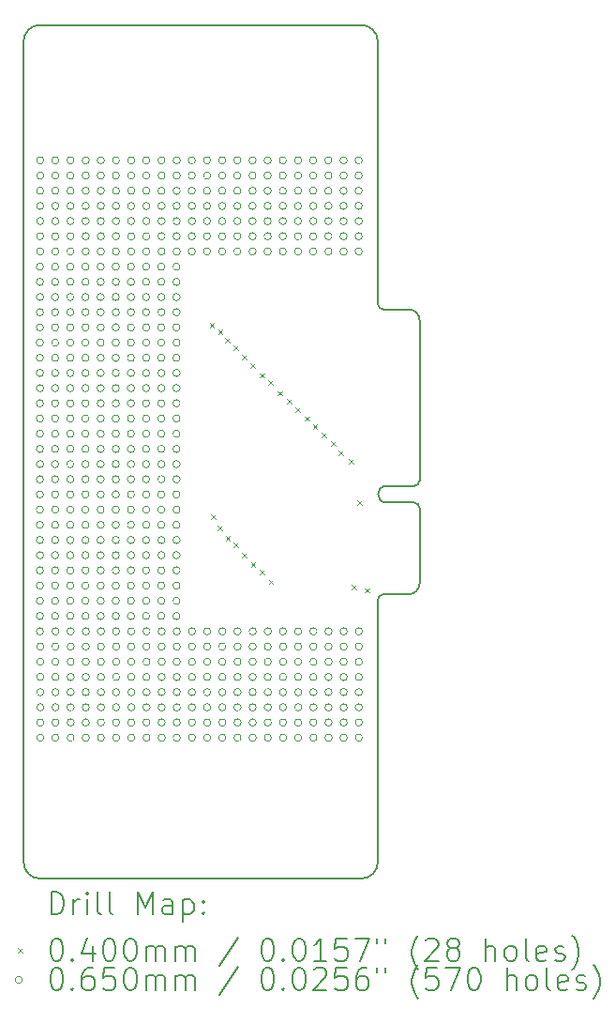
<source format=gbr>
%TF.GenerationSoftware,KiCad,Pcbnew,8.0.4*%
%TF.CreationDate,2025-01-31T00:42:41+01:00*%
%TF.ProjectId,uconsole-expansion-card-template,75636f6e-736f-46c6-952d-657870616e73,0.1*%
%TF.SameCoordinates,Original*%
%TF.FileFunction,Drillmap*%
%TF.FilePolarity,Positive*%
%FSLAX45Y45*%
G04 Gerber Fmt 4.5, Leading zero omitted, Abs format (unit mm)*
G04 Created by KiCad (PCBNEW 8.0.4) date 2025-01-31 00:42:41*
%MOMM*%
%LPD*%
G01*
G04 APERTURE LIST*
%ADD10C,0.200000*%
%ADD11C,0.100000*%
G04 APERTURE END LIST*
D10*
X11688500Y-8715000D02*
G75*
G02*
X11788500Y-8815000I0J-100000D01*
G01*
X8361500Y-6150000D02*
X11261500Y-6150000D01*
X8361500Y-13850000D02*
G75*
G02*
X8211500Y-13700000I0J150000D01*
G01*
X11788500Y-11185000D02*
G75*
G02*
X11688500Y-11285000I-100000J0D01*
G01*
X11688500Y-11285000D02*
X11461500Y-11285000D01*
X11411500Y-6300000D02*
X11411500Y-8665000D01*
X11411500Y-11335000D02*
X11411500Y-13700000D01*
X11788500Y-8815000D02*
X11788500Y-10258000D01*
X11261500Y-13850000D02*
X8361500Y-13850000D01*
X8211500Y-13700000D02*
X8211500Y-6300000D01*
X11788500Y-10258000D02*
G75*
G02*
X11738500Y-10308000I-50000J0D01*
G01*
X11488500Y-10458000D02*
G75*
G02*
X11488500Y-10308000I0J75000D01*
G01*
X11411500Y-11335000D02*
G75*
G02*
X11461500Y-11285000I50000J0D01*
G01*
X11488500Y-10308000D02*
X11738500Y-10308000D01*
X11738500Y-10458000D02*
G75*
G02*
X11788500Y-10508000I0J-50000D01*
G01*
X11411500Y-13700000D02*
G75*
G02*
X11261500Y-13850000I-150000J0D01*
G01*
X11788500Y-10508000D02*
X11788500Y-11185000D01*
X11461500Y-8715000D02*
G75*
G02*
X11411500Y-8665000I0J50000D01*
G01*
X11461500Y-8715000D02*
X11688500Y-8715000D01*
X11738500Y-10458000D02*
X11488500Y-10458000D01*
X11261500Y-6150000D02*
G75*
G02*
X11411500Y-6300000I0J-150000D01*
G01*
X8211500Y-6300000D02*
G75*
G02*
X8361500Y-6150000I150000J0D01*
G01*
D11*
X9893200Y-8838500D02*
X9933200Y-8878500D01*
X9933200Y-8838500D02*
X9893200Y-8878500D01*
X9903800Y-10564200D02*
X9943800Y-10604200D01*
X9943800Y-10564200D02*
X9903800Y-10604200D01*
X9967300Y-10665800D02*
X10007300Y-10705800D01*
X10007300Y-10665800D02*
X9967300Y-10705800D01*
X9967619Y-8897549D02*
X10007619Y-8937549D01*
X10007619Y-8897549D02*
X9967619Y-8937549D01*
X10030800Y-8976700D02*
X10070800Y-9016700D01*
X10070800Y-8976700D02*
X10030800Y-9016700D01*
X10036860Y-10757462D02*
X10076860Y-10797462D01*
X10076860Y-10757462D02*
X10036860Y-10797462D01*
X10106116Y-10822490D02*
X10146116Y-10862490D01*
X10146116Y-10822490D02*
X10106116Y-10862490D01*
X10107000Y-9040200D02*
X10147000Y-9080200D01*
X10147000Y-9040200D02*
X10107000Y-9080200D01*
X10183200Y-9129100D02*
X10223200Y-9169100D01*
X10223200Y-9129100D02*
X10183200Y-9169100D01*
X10185700Y-10914800D02*
X10225700Y-10954800D01*
X10225700Y-10914800D02*
X10185700Y-10954800D01*
X10259400Y-9205300D02*
X10299400Y-9245300D01*
X10299400Y-9205300D02*
X10259400Y-9245300D01*
X10265700Y-10994800D02*
X10305700Y-11034800D01*
X10305700Y-10994800D02*
X10265700Y-11034800D01*
X10344625Y-9290525D02*
X10384625Y-9330525D01*
X10384625Y-9290525D02*
X10344625Y-9330525D01*
X10345700Y-11062100D02*
X10385700Y-11102100D01*
X10385700Y-11062100D02*
X10345700Y-11102100D01*
X10424500Y-9357700D02*
X10464500Y-9397700D01*
X10464500Y-9357700D02*
X10424500Y-9397700D01*
X10425700Y-11154700D02*
X10465700Y-11194700D01*
X10465700Y-11154700D02*
X10425700Y-11194700D01*
X10507644Y-9453066D02*
X10547644Y-9493066D01*
X10547644Y-9453066D02*
X10507644Y-9493066D01*
X10589600Y-9522800D02*
X10629600Y-9562800D01*
X10629600Y-9522800D02*
X10589600Y-9562800D01*
X10665800Y-9599000D02*
X10705800Y-9639000D01*
X10705800Y-9599000D02*
X10665800Y-9639000D01*
X10750566Y-9679992D02*
X10790566Y-9719992D01*
X10790566Y-9679992D02*
X10750566Y-9719992D01*
X10824640Y-9751020D02*
X10864640Y-9791020D01*
X10864640Y-9751020D02*
X10824640Y-9791020D01*
X10907100Y-9827600D02*
X10947100Y-9867600D01*
X10947100Y-9827600D02*
X10907100Y-9867600D01*
X10988275Y-9906150D02*
X11028275Y-9946150D01*
X11028275Y-9906150D02*
X10988275Y-9946150D01*
X11059500Y-9992700D02*
X11099500Y-10032700D01*
X11099500Y-9992700D02*
X11059500Y-10032700D01*
X11148400Y-10068899D02*
X11188400Y-10108899D01*
X11188400Y-10068899D02*
X11148400Y-10108899D01*
X11178196Y-11203596D02*
X11218196Y-11243596D01*
X11218196Y-11203596D02*
X11178196Y-11243596D01*
X11224600Y-10437200D02*
X11264600Y-10477200D01*
X11264600Y-10437200D02*
X11224600Y-10477200D01*
X11295962Y-11229438D02*
X11335962Y-11269438D01*
X11335962Y-11229438D02*
X11295962Y-11269438D01*
X8392500Y-8330000D02*
G75*
G02*
X8327500Y-8330000I-32500J0D01*
G01*
X8327500Y-8330000D02*
G75*
G02*
X8392500Y-8330000I32500J0D01*
G01*
X8392500Y-8467000D02*
G75*
G02*
X8327500Y-8467000I-32500J0D01*
G01*
X8327500Y-8467000D02*
G75*
G02*
X8392500Y-8467000I32500J0D01*
G01*
X8392500Y-8604000D02*
G75*
G02*
X8327500Y-8604000I-32500J0D01*
G01*
X8327500Y-8604000D02*
G75*
G02*
X8392500Y-8604000I32500J0D01*
G01*
X8392500Y-8741000D02*
G75*
G02*
X8327500Y-8741000I-32500J0D01*
G01*
X8327500Y-8741000D02*
G75*
G02*
X8392500Y-8741000I32500J0D01*
G01*
X8392500Y-8878000D02*
G75*
G02*
X8327500Y-8878000I-32500J0D01*
G01*
X8327500Y-8878000D02*
G75*
G02*
X8392500Y-8878000I32500J0D01*
G01*
X8392500Y-9015000D02*
G75*
G02*
X8327500Y-9015000I-32500J0D01*
G01*
X8327500Y-9015000D02*
G75*
G02*
X8392500Y-9015000I32500J0D01*
G01*
X8392500Y-9152000D02*
G75*
G02*
X8327500Y-9152000I-32500J0D01*
G01*
X8327500Y-9152000D02*
G75*
G02*
X8392500Y-9152000I32500J0D01*
G01*
X8392500Y-9289000D02*
G75*
G02*
X8327500Y-9289000I-32500J0D01*
G01*
X8327500Y-9289000D02*
G75*
G02*
X8392500Y-9289000I32500J0D01*
G01*
X8392500Y-9426000D02*
G75*
G02*
X8327500Y-9426000I-32500J0D01*
G01*
X8327500Y-9426000D02*
G75*
G02*
X8392500Y-9426000I32500J0D01*
G01*
X8392500Y-9563000D02*
G75*
G02*
X8327500Y-9563000I-32500J0D01*
G01*
X8327500Y-9563000D02*
G75*
G02*
X8392500Y-9563000I32500J0D01*
G01*
X8392500Y-9700000D02*
G75*
G02*
X8327500Y-9700000I-32500J0D01*
G01*
X8327500Y-9700000D02*
G75*
G02*
X8392500Y-9700000I32500J0D01*
G01*
X8392500Y-9837000D02*
G75*
G02*
X8327500Y-9837000I-32500J0D01*
G01*
X8327500Y-9837000D02*
G75*
G02*
X8392500Y-9837000I32500J0D01*
G01*
X8392500Y-9974000D02*
G75*
G02*
X8327500Y-9974000I-32500J0D01*
G01*
X8327500Y-9974000D02*
G75*
G02*
X8392500Y-9974000I32500J0D01*
G01*
X8392500Y-10111000D02*
G75*
G02*
X8327500Y-10111000I-32500J0D01*
G01*
X8327500Y-10111000D02*
G75*
G02*
X8392500Y-10111000I32500J0D01*
G01*
X8392500Y-10248000D02*
G75*
G02*
X8327500Y-10248000I-32500J0D01*
G01*
X8327500Y-10248000D02*
G75*
G02*
X8392500Y-10248000I32500J0D01*
G01*
X8392500Y-10385000D02*
G75*
G02*
X8327500Y-10385000I-32500J0D01*
G01*
X8327500Y-10385000D02*
G75*
G02*
X8392500Y-10385000I32500J0D01*
G01*
X8392500Y-10522000D02*
G75*
G02*
X8327500Y-10522000I-32500J0D01*
G01*
X8327500Y-10522000D02*
G75*
G02*
X8392500Y-10522000I32500J0D01*
G01*
X8392500Y-10659000D02*
G75*
G02*
X8327500Y-10659000I-32500J0D01*
G01*
X8327500Y-10659000D02*
G75*
G02*
X8392500Y-10659000I32500J0D01*
G01*
X8392500Y-10796000D02*
G75*
G02*
X8327500Y-10796000I-32500J0D01*
G01*
X8327500Y-10796000D02*
G75*
G02*
X8392500Y-10796000I32500J0D01*
G01*
X8392500Y-10933000D02*
G75*
G02*
X8327500Y-10933000I-32500J0D01*
G01*
X8327500Y-10933000D02*
G75*
G02*
X8392500Y-10933000I32500J0D01*
G01*
X8392500Y-11070000D02*
G75*
G02*
X8327500Y-11070000I-32500J0D01*
G01*
X8327500Y-11070000D02*
G75*
G02*
X8392500Y-11070000I32500J0D01*
G01*
X8392500Y-11207000D02*
G75*
G02*
X8327500Y-11207000I-32500J0D01*
G01*
X8327500Y-11207000D02*
G75*
G02*
X8392500Y-11207000I32500J0D01*
G01*
X8392500Y-11344000D02*
G75*
G02*
X8327500Y-11344000I-32500J0D01*
G01*
X8327500Y-11344000D02*
G75*
G02*
X8392500Y-11344000I32500J0D01*
G01*
X8392500Y-11481000D02*
G75*
G02*
X8327500Y-11481000I-32500J0D01*
G01*
X8327500Y-11481000D02*
G75*
G02*
X8392500Y-11481000I32500J0D01*
G01*
X8392500Y-11620000D02*
G75*
G02*
X8327500Y-11620000I-32500J0D01*
G01*
X8327500Y-11620000D02*
G75*
G02*
X8392500Y-11620000I32500J0D01*
G01*
X8394200Y-7371100D02*
G75*
G02*
X8329200Y-7371100I-32500J0D01*
G01*
X8329200Y-7371100D02*
G75*
G02*
X8394200Y-7371100I32500J0D01*
G01*
X8394200Y-7508100D02*
G75*
G02*
X8329200Y-7508100I-32500J0D01*
G01*
X8329200Y-7508100D02*
G75*
G02*
X8394200Y-7508100I32500J0D01*
G01*
X8394200Y-7645100D02*
G75*
G02*
X8329200Y-7645100I-32500J0D01*
G01*
X8329200Y-7645100D02*
G75*
G02*
X8394200Y-7645100I32500J0D01*
G01*
X8394200Y-7782100D02*
G75*
G02*
X8329200Y-7782100I-32500J0D01*
G01*
X8329200Y-7782100D02*
G75*
G02*
X8394200Y-7782100I32500J0D01*
G01*
X8394200Y-7919100D02*
G75*
G02*
X8329200Y-7919100I-32500J0D01*
G01*
X8329200Y-7919100D02*
G75*
G02*
X8394200Y-7919100I32500J0D01*
G01*
X8394200Y-8056100D02*
G75*
G02*
X8329200Y-8056100I-32500J0D01*
G01*
X8329200Y-8056100D02*
G75*
G02*
X8394200Y-8056100I32500J0D01*
G01*
X8394200Y-8193100D02*
G75*
G02*
X8329200Y-8193100I-32500J0D01*
G01*
X8329200Y-8193100D02*
G75*
G02*
X8394200Y-8193100I32500J0D01*
G01*
X8395500Y-11757000D02*
G75*
G02*
X8330500Y-11757000I-32500J0D01*
G01*
X8330500Y-11757000D02*
G75*
G02*
X8395500Y-11757000I32500J0D01*
G01*
X8395500Y-11894000D02*
G75*
G02*
X8330500Y-11894000I-32500J0D01*
G01*
X8330500Y-11894000D02*
G75*
G02*
X8395500Y-11894000I32500J0D01*
G01*
X8395500Y-12031000D02*
G75*
G02*
X8330500Y-12031000I-32500J0D01*
G01*
X8330500Y-12031000D02*
G75*
G02*
X8395500Y-12031000I32500J0D01*
G01*
X8395500Y-12168000D02*
G75*
G02*
X8330500Y-12168000I-32500J0D01*
G01*
X8330500Y-12168000D02*
G75*
G02*
X8395500Y-12168000I32500J0D01*
G01*
X8395500Y-12305000D02*
G75*
G02*
X8330500Y-12305000I-32500J0D01*
G01*
X8330500Y-12305000D02*
G75*
G02*
X8395500Y-12305000I32500J0D01*
G01*
X8395500Y-12442000D02*
G75*
G02*
X8330500Y-12442000I-32500J0D01*
G01*
X8330500Y-12442000D02*
G75*
G02*
X8395500Y-12442000I32500J0D01*
G01*
X8395500Y-12579000D02*
G75*
G02*
X8330500Y-12579000I-32500J0D01*
G01*
X8330500Y-12579000D02*
G75*
G02*
X8395500Y-12579000I32500J0D01*
G01*
X8529500Y-8330000D02*
G75*
G02*
X8464500Y-8330000I-32500J0D01*
G01*
X8464500Y-8330000D02*
G75*
G02*
X8529500Y-8330000I32500J0D01*
G01*
X8529500Y-8467000D02*
G75*
G02*
X8464500Y-8467000I-32500J0D01*
G01*
X8464500Y-8467000D02*
G75*
G02*
X8529500Y-8467000I32500J0D01*
G01*
X8529500Y-8604000D02*
G75*
G02*
X8464500Y-8604000I-32500J0D01*
G01*
X8464500Y-8604000D02*
G75*
G02*
X8529500Y-8604000I32500J0D01*
G01*
X8529500Y-8741000D02*
G75*
G02*
X8464500Y-8741000I-32500J0D01*
G01*
X8464500Y-8741000D02*
G75*
G02*
X8529500Y-8741000I32500J0D01*
G01*
X8529500Y-8878000D02*
G75*
G02*
X8464500Y-8878000I-32500J0D01*
G01*
X8464500Y-8878000D02*
G75*
G02*
X8529500Y-8878000I32500J0D01*
G01*
X8529500Y-9015000D02*
G75*
G02*
X8464500Y-9015000I-32500J0D01*
G01*
X8464500Y-9015000D02*
G75*
G02*
X8529500Y-9015000I32500J0D01*
G01*
X8529500Y-9152000D02*
G75*
G02*
X8464500Y-9152000I-32500J0D01*
G01*
X8464500Y-9152000D02*
G75*
G02*
X8529500Y-9152000I32500J0D01*
G01*
X8529500Y-9289000D02*
G75*
G02*
X8464500Y-9289000I-32500J0D01*
G01*
X8464500Y-9289000D02*
G75*
G02*
X8529500Y-9289000I32500J0D01*
G01*
X8529500Y-9426000D02*
G75*
G02*
X8464500Y-9426000I-32500J0D01*
G01*
X8464500Y-9426000D02*
G75*
G02*
X8529500Y-9426000I32500J0D01*
G01*
X8529500Y-9563000D02*
G75*
G02*
X8464500Y-9563000I-32500J0D01*
G01*
X8464500Y-9563000D02*
G75*
G02*
X8529500Y-9563000I32500J0D01*
G01*
X8529500Y-9700000D02*
G75*
G02*
X8464500Y-9700000I-32500J0D01*
G01*
X8464500Y-9700000D02*
G75*
G02*
X8529500Y-9700000I32500J0D01*
G01*
X8529500Y-9837000D02*
G75*
G02*
X8464500Y-9837000I-32500J0D01*
G01*
X8464500Y-9837000D02*
G75*
G02*
X8529500Y-9837000I32500J0D01*
G01*
X8529500Y-9974000D02*
G75*
G02*
X8464500Y-9974000I-32500J0D01*
G01*
X8464500Y-9974000D02*
G75*
G02*
X8529500Y-9974000I32500J0D01*
G01*
X8529500Y-10111000D02*
G75*
G02*
X8464500Y-10111000I-32500J0D01*
G01*
X8464500Y-10111000D02*
G75*
G02*
X8529500Y-10111000I32500J0D01*
G01*
X8529500Y-10248000D02*
G75*
G02*
X8464500Y-10248000I-32500J0D01*
G01*
X8464500Y-10248000D02*
G75*
G02*
X8529500Y-10248000I32500J0D01*
G01*
X8529500Y-10385000D02*
G75*
G02*
X8464500Y-10385000I-32500J0D01*
G01*
X8464500Y-10385000D02*
G75*
G02*
X8529500Y-10385000I32500J0D01*
G01*
X8529500Y-10522000D02*
G75*
G02*
X8464500Y-10522000I-32500J0D01*
G01*
X8464500Y-10522000D02*
G75*
G02*
X8529500Y-10522000I32500J0D01*
G01*
X8529500Y-10659000D02*
G75*
G02*
X8464500Y-10659000I-32500J0D01*
G01*
X8464500Y-10659000D02*
G75*
G02*
X8529500Y-10659000I32500J0D01*
G01*
X8529500Y-10796000D02*
G75*
G02*
X8464500Y-10796000I-32500J0D01*
G01*
X8464500Y-10796000D02*
G75*
G02*
X8529500Y-10796000I32500J0D01*
G01*
X8529500Y-10933000D02*
G75*
G02*
X8464500Y-10933000I-32500J0D01*
G01*
X8464500Y-10933000D02*
G75*
G02*
X8529500Y-10933000I32500J0D01*
G01*
X8529500Y-11070000D02*
G75*
G02*
X8464500Y-11070000I-32500J0D01*
G01*
X8464500Y-11070000D02*
G75*
G02*
X8529500Y-11070000I32500J0D01*
G01*
X8529500Y-11207000D02*
G75*
G02*
X8464500Y-11207000I-32500J0D01*
G01*
X8464500Y-11207000D02*
G75*
G02*
X8529500Y-11207000I32500J0D01*
G01*
X8529500Y-11344000D02*
G75*
G02*
X8464500Y-11344000I-32500J0D01*
G01*
X8464500Y-11344000D02*
G75*
G02*
X8529500Y-11344000I32500J0D01*
G01*
X8529500Y-11481000D02*
G75*
G02*
X8464500Y-11481000I-32500J0D01*
G01*
X8464500Y-11481000D02*
G75*
G02*
X8529500Y-11481000I32500J0D01*
G01*
X8531200Y-7371100D02*
G75*
G02*
X8466200Y-7371100I-32500J0D01*
G01*
X8466200Y-7371100D02*
G75*
G02*
X8531200Y-7371100I32500J0D01*
G01*
X8531200Y-7508100D02*
G75*
G02*
X8466200Y-7508100I-32500J0D01*
G01*
X8466200Y-7508100D02*
G75*
G02*
X8531200Y-7508100I32500J0D01*
G01*
X8531200Y-7645100D02*
G75*
G02*
X8466200Y-7645100I-32500J0D01*
G01*
X8466200Y-7645100D02*
G75*
G02*
X8531200Y-7645100I32500J0D01*
G01*
X8531200Y-7782100D02*
G75*
G02*
X8466200Y-7782100I-32500J0D01*
G01*
X8466200Y-7782100D02*
G75*
G02*
X8531200Y-7782100I32500J0D01*
G01*
X8531200Y-7919100D02*
G75*
G02*
X8466200Y-7919100I-32500J0D01*
G01*
X8466200Y-7919100D02*
G75*
G02*
X8531200Y-7919100I32500J0D01*
G01*
X8531200Y-8056100D02*
G75*
G02*
X8466200Y-8056100I-32500J0D01*
G01*
X8466200Y-8056100D02*
G75*
G02*
X8531200Y-8056100I32500J0D01*
G01*
X8531200Y-8193100D02*
G75*
G02*
X8466200Y-8193100I-32500J0D01*
G01*
X8466200Y-8193100D02*
G75*
G02*
X8531200Y-8193100I32500J0D01*
G01*
X8532500Y-11620000D02*
G75*
G02*
X8467500Y-11620000I-32500J0D01*
G01*
X8467500Y-11620000D02*
G75*
G02*
X8532500Y-11620000I32500J0D01*
G01*
X8532500Y-11757000D02*
G75*
G02*
X8467500Y-11757000I-32500J0D01*
G01*
X8467500Y-11757000D02*
G75*
G02*
X8532500Y-11757000I32500J0D01*
G01*
X8532500Y-11894000D02*
G75*
G02*
X8467500Y-11894000I-32500J0D01*
G01*
X8467500Y-11894000D02*
G75*
G02*
X8532500Y-11894000I32500J0D01*
G01*
X8532500Y-12031000D02*
G75*
G02*
X8467500Y-12031000I-32500J0D01*
G01*
X8467500Y-12031000D02*
G75*
G02*
X8532500Y-12031000I32500J0D01*
G01*
X8532500Y-12168000D02*
G75*
G02*
X8467500Y-12168000I-32500J0D01*
G01*
X8467500Y-12168000D02*
G75*
G02*
X8532500Y-12168000I32500J0D01*
G01*
X8532500Y-12305000D02*
G75*
G02*
X8467500Y-12305000I-32500J0D01*
G01*
X8467500Y-12305000D02*
G75*
G02*
X8532500Y-12305000I32500J0D01*
G01*
X8532500Y-12442000D02*
G75*
G02*
X8467500Y-12442000I-32500J0D01*
G01*
X8467500Y-12442000D02*
G75*
G02*
X8532500Y-12442000I32500J0D01*
G01*
X8532500Y-12579000D02*
G75*
G02*
X8467500Y-12579000I-32500J0D01*
G01*
X8467500Y-12579000D02*
G75*
G02*
X8532500Y-12579000I32500J0D01*
G01*
X8666500Y-8330000D02*
G75*
G02*
X8601500Y-8330000I-32500J0D01*
G01*
X8601500Y-8330000D02*
G75*
G02*
X8666500Y-8330000I32500J0D01*
G01*
X8666500Y-8467000D02*
G75*
G02*
X8601500Y-8467000I-32500J0D01*
G01*
X8601500Y-8467000D02*
G75*
G02*
X8666500Y-8467000I32500J0D01*
G01*
X8666500Y-8604000D02*
G75*
G02*
X8601500Y-8604000I-32500J0D01*
G01*
X8601500Y-8604000D02*
G75*
G02*
X8666500Y-8604000I32500J0D01*
G01*
X8666500Y-8741000D02*
G75*
G02*
X8601500Y-8741000I-32500J0D01*
G01*
X8601500Y-8741000D02*
G75*
G02*
X8666500Y-8741000I32500J0D01*
G01*
X8666500Y-8878000D02*
G75*
G02*
X8601500Y-8878000I-32500J0D01*
G01*
X8601500Y-8878000D02*
G75*
G02*
X8666500Y-8878000I32500J0D01*
G01*
X8666500Y-9015000D02*
G75*
G02*
X8601500Y-9015000I-32500J0D01*
G01*
X8601500Y-9015000D02*
G75*
G02*
X8666500Y-9015000I32500J0D01*
G01*
X8666500Y-9152000D02*
G75*
G02*
X8601500Y-9152000I-32500J0D01*
G01*
X8601500Y-9152000D02*
G75*
G02*
X8666500Y-9152000I32500J0D01*
G01*
X8666500Y-9289000D02*
G75*
G02*
X8601500Y-9289000I-32500J0D01*
G01*
X8601500Y-9289000D02*
G75*
G02*
X8666500Y-9289000I32500J0D01*
G01*
X8666500Y-9426000D02*
G75*
G02*
X8601500Y-9426000I-32500J0D01*
G01*
X8601500Y-9426000D02*
G75*
G02*
X8666500Y-9426000I32500J0D01*
G01*
X8666500Y-9563000D02*
G75*
G02*
X8601500Y-9563000I-32500J0D01*
G01*
X8601500Y-9563000D02*
G75*
G02*
X8666500Y-9563000I32500J0D01*
G01*
X8666500Y-9700000D02*
G75*
G02*
X8601500Y-9700000I-32500J0D01*
G01*
X8601500Y-9700000D02*
G75*
G02*
X8666500Y-9700000I32500J0D01*
G01*
X8666500Y-9837000D02*
G75*
G02*
X8601500Y-9837000I-32500J0D01*
G01*
X8601500Y-9837000D02*
G75*
G02*
X8666500Y-9837000I32500J0D01*
G01*
X8666500Y-9974000D02*
G75*
G02*
X8601500Y-9974000I-32500J0D01*
G01*
X8601500Y-9974000D02*
G75*
G02*
X8666500Y-9974000I32500J0D01*
G01*
X8666500Y-10111000D02*
G75*
G02*
X8601500Y-10111000I-32500J0D01*
G01*
X8601500Y-10111000D02*
G75*
G02*
X8666500Y-10111000I32500J0D01*
G01*
X8666500Y-10248000D02*
G75*
G02*
X8601500Y-10248000I-32500J0D01*
G01*
X8601500Y-10248000D02*
G75*
G02*
X8666500Y-10248000I32500J0D01*
G01*
X8666500Y-10385000D02*
G75*
G02*
X8601500Y-10385000I-32500J0D01*
G01*
X8601500Y-10385000D02*
G75*
G02*
X8666500Y-10385000I32500J0D01*
G01*
X8666500Y-10522000D02*
G75*
G02*
X8601500Y-10522000I-32500J0D01*
G01*
X8601500Y-10522000D02*
G75*
G02*
X8666500Y-10522000I32500J0D01*
G01*
X8666500Y-10659000D02*
G75*
G02*
X8601500Y-10659000I-32500J0D01*
G01*
X8601500Y-10659000D02*
G75*
G02*
X8666500Y-10659000I32500J0D01*
G01*
X8666500Y-10796000D02*
G75*
G02*
X8601500Y-10796000I-32500J0D01*
G01*
X8601500Y-10796000D02*
G75*
G02*
X8666500Y-10796000I32500J0D01*
G01*
X8666500Y-10933000D02*
G75*
G02*
X8601500Y-10933000I-32500J0D01*
G01*
X8601500Y-10933000D02*
G75*
G02*
X8666500Y-10933000I32500J0D01*
G01*
X8666500Y-11070000D02*
G75*
G02*
X8601500Y-11070000I-32500J0D01*
G01*
X8601500Y-11070000D02*
G75*
G02*
X8666500Y-11070000I32500J0D01*
G01*
X8666500Y-11207000D02*
G75*
G02*
X8601500Y-11207000I-32500J0D01*
G01*
X8601500Y-11207000D02*
G75*
G02*
X8666500Y-11207000I32500J0D01*
G01*
X8666500Y-11344000D02*
G75*
G02*
X8601500Y-11344000I-32500J0D01*
G01*
X8601500Y-11344000D02*
G75*
G02*
X8666500Y-11344000I32500J0D01*
G01*
X8666500Y-11481000D02*
G75*
G02*
X8601500Y-11481000I-32500J0D01*
G01*
X8601500Y-11481000D02*
G75*
G02*
X8666500Y-11481000I32500J0D01*
G01*
X8668200Y-7371100D02*
G75*
G02*
X8603200Y-7371100I-32500J0D01*
G01*
X8603200Y-7371100D02*
G75*
G02*
X8668200Y-7371100I32500J0D01*
G01*
X8668200Y-7508100D02*
G75*
G02*
X8603200Y-7508100I-32500J0D01*
G01*
X8603200Y-7508100D02*
G75*
G02*
X8668200Y-7508100I32500J0D01*
G01*
X8668200Y-7645100D02*
G75*
G02*
X8603200Y-7645100I-32500J0D01*
G01*
X8603200Y-7645100D02*
G75*
G02*
X8668200Y-7645100I32500J0D01*
G01*
X8668200Y-7782100D02*
G75*
G02*
X8603200Y-7782100I-32500J0D01*
G01*
X8603200Y-7782100D02*
G75*
G02*
X8668200Y-7782100I32500J0D01*
G01*
X8668200Y-7919100D02*
G75*
G02*
X8603200Y-7919100I-32500J0D01*
G01*
X8603200Y-7919100D02*
G75*
G02*
X8668200Y-7919100I32500J0D01*
G01*
X8668200Y-8056100D02*
G75*
G02*
X8603200Y-8056100I-32500J0D01*
G01*
X8603200Y-8056100D02*
G75*
G02*
X8668200Y-8056100I32500J0D01*
G01*
X8668200Y-8193100D02*
G75*
G02*
X8603200Y-8193100I-32500J0D01*
G01*
X8603200Y-8193100D02*
G75*
G02*
X8668200Y-8193100I32500J0D01*
G01*
X8669500Y-11620000D02*
G75*
G02*
X8604500Y-11620000I-32500J0D01*
G01*
X8604500Y-11620000D02*
G75*
G02*
X8669500Y-11620000I32500J0D01*
G01*
X8669500Y-11757000D02*
G75*
G02*
X8604500Y-11757000I-32500J0D01*
G01*
X8604500Y-11757000D02*
G75*
G02*
X8669500Y-11757000I32500J0D01*
G01*
X8669500Y-11894000D02*
G75*
G02*
X8604500Y-11894000I-32500J0D01*
G01*
X8604500Y-11894000D02*
G75*
G02*
X8669500Y-11894000I32500J0D01*
G01*
X8669500Y-12031000D02*
G75*
G02*
X8604500Y-12031000I-32500J0D01*
G01*
X8604500Y-12031000D02*
G75*
G02*
X8669500Y-12031000I32500J0D01*
G01*
X8669500Y-12168000D02*
G75*
G02*
X8604500Y-12168000I-32500J0D01*
G01*
X8604500Y-12168000D02*
G75*
G02*
X8669500Y-12168000I32500J0D01*
G01*
X8669500Y-12305000D02*
G75*
G02*
X8604500Y-12305000I-32500J0D01*
G01*
X8604500Y-12305000D02*
G75*
G02*
X8669500Y-12305000I32500J0D01*
G01*
X8669500Y-12442000D02*
G75*
G02*
X8604500Y-12442000I-32500J0D01*
G01*
X8604500Y-12442000D02*
G75*
G02*
X8669500Y-12442000I32500J0D01*
G01*
X8669500Y-12579000D02*
G75*
G02*
X8604500Y-12579000I-32500J0D01*
G01*
X8604500Y-12579000D02*
G75*
G02*
X8669500Y-12579000I32500J0D01*
G01*
X8803500Y-8330000D02*
G75*
G02*
X8738500Y-8330000I-32500J0D01*
G01*
X8738500Y-8330000D02*
G75*
G02*
X8803500Y-8330000I32500J0D01*
G01*
X8803500Y-8467000D02*
G75*
G02*
X8738500Y-8467000I-32500J0D01*
G01*
X8738500Y-8467000D02*
G75*
G02*
X8803500Y-8467000I32500J0D01*
G01*
X8803500Y-8604000D02*
G75*
G02*
X8738500Y-8604000I-32500J0D01*
G01*
X8738500Y-8604000D02*
G75*
G02*
X8803500Y-8604000I32500J0D01*
G01*
X8803500Y-8741000D02*
G75*
G02*
X8738500Y-8741000I-32500J0D01*
G01*
X8738500Y-8741000D02*
G75*
G02*
X8803500Y-8741000I32500J0D01*
G01*
X8803500Y-8878000D02*
G75*
G02*
X8738500Y-8878000I-32500J0D01*
G01*
X8738500Y-8878000D02*
G75*
G02*
X8803500Y-8878000I32500J0D01*
G01*
X8803500Y-9015000D02*
G75*
G02*
X8738500Y-9015000I-32500J0D01*
G01*
X8738500Y-9015000D02*
G75*
G02*
X8803500Y-9015000I32500J0D01*
G01*
X8803500Y-9152000D02*
G75*
G02*
X8738500Y-9152000I-32500J0D01*
G01*
X8738500Y-9152000D02*
G75*
G02*
X8803500Y-9152000I32500J0D01*
G01*
X8803500Y-9289000D02*
G75*
G02*
X8738500Y-9289000I-32500J0D01*
G01*
X8738500Y-9289000D02*
G75*
G02*
X8803500Y-9289000I32500J0D01*
G01*
X8803500Y-9426000D02*
G75*
G02*
X8738500Y-9426000I-32500J0D01*
G01*
X8738500Y-9426000D02*
G75*
G02*
X8803500Y-9426000I32500J0D01*
G01*
X8803500Y-9563000D02*
G75*
G02*
X8738500Y-9563000I-32500J0D01*
G01*
X8738500Y-9563000D02*
G75*
G02*
X8803500Y-9563000I32500J0D01*
G01*
X8803500Y-9700000D02*
G75*
G02*
X8738500Y-9700000I-32500J0D01*
G01*
X8738500Y-9700000D02*
G75*
G02*
X8803500Y-9700000I32500J0D01*
G01*
X8803500Y-9837000D02*
G75*
G02*
X8738500Y-9837000I-32500J0D01*
G01*
X8738500Y-9837000D02*
G75*
G02*
X8803500Y-9837000I32500J0D01*
G01*
X8803500Y-9974000D02*
G75*
G02*
X8738500Y-9974000I-32500J0D01*
G01*
X8738500Y-9974000D02*
G75*
G02*
X8803500Y-9974000I32500J0D01*
G01*
X8803500Y-10111000D02*
G75*
G02*
X8738500Y-10111000I-32500J0D01*
G01*
X8738500Y-10111000D02*
G75*
G02*
X8803500Y-10111000I32500J0D01*
G01*
X8803500Y-10248000D02*
G75*
G02*
X8738500Y-10248000I-32500J0D01*
G01*
X8738500Y-10248000D02*
G75*
G02*
X8803500Y-10248000I32500J0D01*
G01*
X8803500Y-10385000D02*
G75*
G02*
X8738500Y-10385000I-32500J0D01*
G01*
X8738500Y-10385000D02*
G75*
G02*
X8803500Y-10385000I32500J0D01*
G01*
X8803500Y-10522000D02*
G75*
G02*
X8738500Y-10522000I-32500J0D01*
G01*
X8738500Y-10522000D02*
G75*
G02*
X8803500Y-10522000I32500J0D01*
G01*
X8803500Y-10659000D02*
G75*
G02*
X8738500Y-10659000I-32500J0D01*
G01*
X8738500Y-10659000D02*
G75*
G02*
X8803500Y-10659000I32500J0D01*
G01*
X8803500Y-10796000D02*
G75*
G02*
X8738500Y-10796000I-32500J0D01*
G01*
X8738500Y-10796000D02*
G75*
G02*
X8803500Y-10796000I32500J0D01*
G01*
X8803500Y-10933000D02*
G75*
G02*
X8738500Y-10933000I-32500J0D01*
G01*
X8738500Y-10933000D02*
G75*
G02*
X8803500Y-10933000I32500J0D01*
G01*
X8803500Y-11070000D02*
G75*
G02*
X8738500Y-11070000I-32500J0D01*
G01*
X8738500Y-11070000D02*
G75*
G02*
X8803500Y-11070000I32500J0D01*
G01*
X8803500Y-11207000D02*
G75*
G02*
X8738500Y-11207000I-32500J0D01*
G01*
X8738500Y-11207000D02*
G75*
G02*
X8803500Y-11207000I32500J0D01*
G01*
X8803500Y-11344000D02*
G75*
G02*
X8738500Y-11344000I-32500J0D01*
G01*
X8738500Y-11344000D02*
G75*
G02*
X8803500Y-11344000I32500J0D01*
G01*
X8803500Y-11481000D02*
G75*
G02*
X8738500Y-11481000I-32500J0D01*
G01*
X8738500Y-11481000D02*
G75*
G02*
X8803500Y-11481000I32500J0D01*
G01*
X8805200Y-7371100D02*
G75*
G02*
X8740200Y-7371100I-32500J0D01*
G01*
X8740200Y-7371100D02*
G75*
G02*
X8805200Y-7371100I32500J0D01*
G01*
X8805200Y-7508100D02*
G75*
G02*
X8740200Y-7508100I-32500J0D01*
G01*
X8740200Y-7508100D02*
G75*
G02*
X8805200Y-7508100I32500J0D01*
G01*
X8805200Y-7645100D02*
G75*
G02*
X8740200Y-7645100I-32500J0D01*
G01*
X8740200Y-7645100D02*
G75*
G02*
X8805200Y-7645100I32500J0D01*
G01*
X8805200Y-7782100D02*
G75*
G02*
X8740200Y-7782100I-32500J0D01*
G01*
X8740200Y-7782100D02*
G75*
G02*
X8805200Y-7782100I32500J0D01*
G01*
X8805200Y-7919100D02*
G75*
G02*
X8740200Y-7919100I-32500J0D01*
G01*
X8740200Y-7919100D02*
G75*
G02*
X8805200Y-7919100I32500J0D01*
G01*
X8805200Y-8056100D02*
G75*
G02*
X8740200Y-8056100I-32500J0D01*
G01*
X8740200Y-8056100D02*
G75*
G02*
X8805200Y-8056100I32500J0D01*
G01*
X8805200Y-8193100D02*
G75*
G02*
X8740200Y-8193100I-32500J0D01*
G01*
X8740200Y-8193100D02*
G75*
G02*
X8805200Y-8193100I32500J0D01*
G01*
X8806500Y-11620000D02*
G75*
G02*
X8741500Y-11620000I-32500J0D01*
G01*
X8741500Y-11620000D02*
G75*
G02*
X8806500Y-11620000I32500J0D01*
G01*
X8806500Y-11757000D02*
G75*
G02*
X8741500Y-11757000I-32500J0D01*
G01*
X8741500Y-11757000D02*
G75*
G02*
X8806500Y-11757000I32500J0D01*
G01*
X8806500Y-11894000D02*
G75*
G02*
X8741500Y-11894000I-32500J0D01*
G01*
X8741500Y-11894000D02*
G75*
G02*
X8806500Y-11894000I32500J0D01*
G01*
X8806500Y-12031000D02*
G75*
G02*
X8741500Y-12031000I-32500J0D01*
G01*
X8741500Y-12031000D02*
G75*
G02*
X8806500Y-12031000I32500J0D01*
G01*
X8806500Y-12168000D02*
G75*
G02*
X8741500Y-12168000I-32500J0D01*
G01*
X8741500Y-12168000D02*
G75*
G02*
X8806500Y-12168000I32500J0D01*
G01*
X8806500Y-12305000D02*
G75*
G02*
X8741500Y-12305000I-32500J0D01*
G01*
X8741500Y-12305000D02*
G75*
G02*
X8806500Y-12305000I32500J0D01*
G01*
X8806500Y-12442000D02*
G75*
G02*
X8741500Y-12442000I-32500J0D01*
G01*
X8741500Y-12442000D02*
G75*
G02*
X8806500Y-12442000I32500J0D01*
G01*
X8806500Y-12579000D02*
G75*
G02*
X8741500Y-12579000I-32500J0D01*
G01*
X8741500Y-12579000D02*
G75*
G02*
X8806500Y-12579000I32500J0D01*
G01*
X8940500Y-8330000D02*
G75*
G02*
X8875500Y-8330000I-32500J0D01*
G01*
X8875500Y-8330000D02*
G75*
G02*
X8940500Y-8330000I32500J0D01*
G01*
X8940500Y-8467000D02*
G75*
G02*
X8875500Y-8467000I-32500J0D01*
G01*
X8875500Y-8467000D02*
G75*
G02*
X8940500Y-8467000I32500J0D01*
G01*
X8940500Y-8604000D02*
G75*
G02*
X8875500Y-8604000I-32500J0D01*
G01*
X8875500Y-8604000D02*
G75*
G02*
X8940500Y-8604000I32500J0D01*
G01*
X8940500Y-8741000D02*
G75*
G02*
X8875500Y-8741000I-32500J0D01*
G01*
X8875500Y-8741000D02*
G75*
G02*
X8940500Y-8741000I32500J0D01*
G01*
X8940500Y-8878000D02*
G75*
G02*
X8875500Y-8878000I-32500J0D01*
G01*
X8875500Y-8878000D02*
G75*
G02*
X8940500Y-8878000I32500J0D01*
G01*
X8940500Y-9015000D02*
G75*
G02*
X8875500Y-9015000I-32500J0D01*
G01*
X8875500Y-9015000D02*
G75*
G02*
X8940500Y-9015000I32500J0D01*
G01*
X8940500Y-9152000D02*
G75*
G02*
X8875500Y-9152000I-32500J0D01*
G01*
X8875500Y-9152000D02*
G75*
G02*
X8940500Y-9152000I32500J0D01*
G01*
X8940500Y-9289000D02*
G75*
G02*
X8875500Y-9289000I-32500J0D01*
G01*
X8875500Y-9289000D02*
G75*
G02*
X8940500Y-9289000I32500J0D01*
G01*
X8940500Y-9426000D02*
G75*
G02*
X8875500Y-9426000I-32500J0D01*
G01*
X8875500Y-9426000D02*
G75*
G02*
X8940500Y-9426000I32500J0D01*
G01*
X8940500Y-9563000D02*
G75*
G02*
X8875500Y-9563000I-32500J0D01*
G01*
X8875500Y-9563000D02*
G75*
G02*
X8940500Y-9563000I32500J0D01*
G01*
X8940500Y-9700000D02*
G75*
G02*
X8875500Y-9700000I-32500J0D01*
G01*
X8875500Y-9700000D02*
G75*
G02*
X8940500Y-9700000I32500J0D01*
G01*
X8940500Y-9837000D02*
G75*
G02*
X8875500Y-9837000I-32500J0D01*
G01*
X8875500Y-9837000D02*
G75*
G02*
X8940500Y-9837000I32500J0D01*
G01*
X8940500Y-9974000D02*
G75*
G02*
X8875500Y-9974000I-32500J0D01*
G01*
X8875500Y-9974000D02*
G75*
G02*
X8940500Y-9974000I32500J0D01*
G01*
X8940500Y-10111000D02*
G75*
G02*
X8875500Y-10111000I-32500J0D01*
G01*
X8875500Y-10111000D02*
G75*
G02*
X8940500Y-10111000I32500J0D01*
G01*
X8940500Y-10248000D02*
G75*
G02*
X8875500Y-10248000I-32500J0D01*
G01*
X8875500Y-10248000D02*
G75*
G02*
X8940500Y-10248000I32500J0D01*
G01*
X8940500Y-10385000D02*
G75*
G02*
X8875500Y-10385000I-32500J0D01*
G01*
X8875500Y-10385000D02*
G75*
G02*
X8940500Y-10385000I32500J0D01*
G01*
X8940500Y-10522000D02*
G75*
G02*
X8875500Y-10522000I-32500J0D01*
G01*
X8875500Y-10522000D02*
G75*
G02*
X8940500Y-10522000I32500J0D01*
G01*
X8940500Y-10659000D02*
G75*
G02*
X8875500Y-10659000I-32500J0D01*
G01*
X8875500Y-10659000D02*
G75*
G02*
X8940500Y-10659000I32500J0D01*
G01*
X8940500Y-10796000D02*
G75*
G02*
X8875500Y-10796000I-32500J0D01*
G01*
X8875500Y-10796000D02*
G75*
G02*
X8940500Y-10796000I32500J0D01*
G01*
X8940500Y-10933000D02*
G75*
G02*
X8875500Y-10933000I-32500J0D01*
G01*
X8875500Y-10933000D02*
G75*
G02*
X8940500Y-10933000I32500J0D01*
G01*
X8940500Y-11070000D02*
G75*
G02*
X8875500Y-11070000I-32500J0D01*
G01*
X8875500Y-11070000D02*
G75*
G02*
X8940500Y-11070000I32500J0D01*
G01*
X8940500Y-11207000D02*
G75*
G02*
X8875500Y-11207000I-32500J0D01*
G01*
X8875500Y-11207000D02*
G75*
G02*
X8940500Y-11207000I32500J0D01*
G01*
X8940500Y-11344000D02*
G75*
G02*
X8875500Y-11344000I-32500J0D01*
G01*
X8875500Y-11344000D02*
G75*
G02*
X8940500Y-11344000I32500J0D01*
G01*
X8940500Y-11481000D02*
G75*
G02*
X8875500Y-11481000I-32500J0D01*
G01*
X8875500Y-11481000D02*
G75*
G02*
X8940500Y-11481000I32500J0D01*
G01*
X8942200Y-7371100D02*
G75*
G02*
X8877200Y-7371100I-32500J0D01*
G01*
X8877200Y-7371100D02*
G75*
G02*
X8942200Y-7371100I32500J0D01*
G01*
X8942200Y-7508100D02*
G75*
G02*
X8877200Y-7508100I-32500J0D01*
G01*
X8877200Y-7508100D02*
G75*
G02*
X8942200Y-7508100I32500J0D01*
G01*
X8942200Y-7645100D02*
G75*
G02*
X8877200Y-7645100I-32500J0D01*
G01*
X8877200Y-7645100D02*
G75*
G02*
X8942200Y-7645100I32500J0D01*
G01*
X8942200Y-7782100D02*
G75*
G02*
X8877200Y-7782100I-32500J0D01*
G01*
X8877200Y-7782100D02*
G75*
G02*
X8942200Y-7782100I32500J0D01*
G01*
X8942200Y-7919100D02*
G75*
G02*
X8877200Y-7919100I-32500J0D01*
G01*
X8877200Y-7919100D02*
G75*
G02*
X8942200Y-7919100I32500J0D01*
G01*
X8942200Y-8056100D02*
G75*
G02*
X8877200Y-8056100I-32500J0D01*
G01*
X8877200Y-8056100D02*
G75*
G02*
X8942200Y-8056100I32500J0D01*
G01*
X8942200Y-8193100D02*
G75*
G02*
X8877200Y-8193100I-32500J0D01*
G01*
X8877200Y-8193100D02*
G75*
G02*
X8942200Y-8193100I32500J0D01*
G01*
X8943500Y-11620000D02*
G75*
G02*
X8878500Y-11620000I-32500J0D01*
G01*
X8878500Y-11620000D02*
G75*
G02*
X8943500Y-11620000I32500J0D01*
G01*
X8943500Y-11757000D02*
G75*
G02*
X8878500Y-11757000I-32500J0D01*
G01*
X8878500Y-11757000D02*
G75*
G02*
X8943500Y-11757000I32500J0D01*
G01*
X8943500Y-11894000D02*
G75*
G02*
X8878500Y-11894000I-32500J0D01*
G01*
X8878500Y-11894000D02*
G75*
G02*
X8943500Y-11894000I32500J0D01*
G01*
X8943500Y-12031000D02*
G75*
G02*
X8878500Y-12031000I-32500J0D01*
G01*
X8878500Y-12031000D02*
G75*
G02*
X8943500Y-12031000I32500J0D01*
G01*
X8943500Y-12168000D02*
G75*
G02*
X8878500Y-12168000I-32500J0D01*
G01*
X8878500Y-12168000D02*
G75*
G02*
X8943500Y-12168000I32500J0D01*
G01*
X8943500Y-12305000D02*
G75*
G02*
X8878500Y-12305000I-32500J0D01*
G01*
X8878500Y-12305000D02*
G75*
G02*
X8943500Y-12305000I32500J0D01*
G01*
X8943500Y-12442000D02*
G75*
G02*
X8878500Y-12442000I-32500J0D01*
G01*
X8878500Y-12442000D02*
G75*
G02*
X8943500Y-12442000I32500J0D01*
G01*
X8943500Y-12579000D02*
G75*
G02*
X8878500Y-12579000I-32500J0D01*
G01*
X8878500Y-12579000D02*
G75*
G02*
X8943500Y-12579000I32500J0D01*
G01*
X9077500Y-8330000D02*
G75*
G02*
X9012500Y-8330000I-32500J0D01*
G01*
X9012500Y-8330000D02*
G75*
G02*
X9077500Y-8330000I32500J0D01*
G01*
X9077500Y-8467000D02*
G75*
G02*
X9012500Y-8467000I-32500J0D01*
G01*
X9012500Y-8467000D02*
G75*
G02*
X9077500Y-8467000I32500J0D01*
G01*
X9077500Y-8604000D02*
G75*
G02*
X9012500Y-8604000I-32500J0D01*
G01*
X9012500Y-8604000D02*
G75*
G02*
X9077500Y-8604000I32500J0D01*
G01*
X9077500Y-8741000D02*
G75*
G02*
X9012500Y-8741000I-32500J0D01*
G01*
X9012500Y-8741000D02*
G75*
G02*
X9077500Y-8741000I32500J0D01*
G01*
X9077500Y-8878000D02*
G75*
G02*
X9012500Y-8878000I-32500J0D01*
G01*
X9012500Y-8878000D02*
G75*
G02*
X9077500Y-8878000I32500J0D01*
G01*
X9077500Y-9015000D02*
G75*
G02*
X9012500Y-9015000I-32500J0D01*
G01*
X9012500Y-9015000D02*
G75*
G02*
X9077500Y-9015000I32500J0D01*
G01*
X9077500Y-9152000D02*
G75*
G02*
X9012500Y-9152000I-32500J0D01*
G01*
X9012500Y-9152000D02*
G75*
G02*
X9077500Y-9152000I32500J0D01*
G01*
X9077500Y-9289000D02*
G75*
G02*
X9012500Y-9289000I-32500J0D01*
G01*
X9012500Y-9289000D02*
G75*
G02*
X9077500Y-9289000I32500J0D01*
G01*
X9077500Y-9426000D02*
G75*
G02*
X9012500Y-9426000I-32500J0D01*
G01*
X9012500Y-9426000D02*
G75*
G02*
X9077500Y-9426000I32500J0D01*
G01*
X9077500Y-9563000D02*
G75*
G02*
X9012500Y-9563000I-32500J0D01*
G01*
X9012500Y-9563000D02*
G75*
G02*
X9077500Y-9563000I32500J0D01*
G01*
X9077500Y-9700000D02*
G75*
G02*
X9012500Y-9700000I-32500J0D01*
G01*
X9012500Y-9700000D02*
G75*
G02*
X9077500Y-9700000I32500J0D01*
G01*
X9077500Y-9837000D02*
G75*
G02*
X9012500Y-9837000I-32500J0D01*
G01*
X9012500Y-9837000D02*
G75*
G02*
X9077500Y-9837000I32500J0D01*
G01*
X9077500Y-9974000D02*
G75*
G02*
X9012500Y-9974000I-32500J0D01*
G01*
X9012500Y-9974000D02*
G75*
G02*
X9077500Y-9974000I32500J0D01*
G01*
X9077500Y-10111000D02*
G75*
G02*
X9012500Y-10111000I-32500J0D01*
G01*
X9012500Y-10111000D02*
G75*
G02*
X9077500Y-10111000I32500J0D01*
G01*
X9077500Y-10248000D02*
G75*
G02*
X9012500Y-10248000I-32500J0D01*
G01*
X9012500Y-10248000D02*
G75*
G02*
X9077500Y-10248000I32500J0D01*
G01*
X9077500Y-10385000D02*
G75*
G02*
X9012500Y-10385000I-32500J0D01*
G01*
X9012500Y-10385000D02*
G75*
G02*
X9077500Y-10385000I32500J0D01*
G01*
X9077500Y-10522000D02*
G75*
G02*
X9012500Y-10522000I-32500J0D01*
G01*
X9012500Y-10522000D02*
G75*
G02*
X9077500Y-10522000I32500J0D01*
G01*
X9077500Y-10659000D02*
G75*
G02*
X9012500Y-10659000I-32500J0D01*
G01*
X9012500Y-10659000D02*
G75*
G02*
X9077500Y-10659000I32500J0D01*
G01*
X9077500Y-10796000D02*
G75*
G02*
X9012500Y-10796000I-32500J0D01*
G01*
X9012500Y-10796000D02*
G75*
G02*
X9077500Y-10796000I32500J0D01*
G01*
X9077500Y-10933000D02*
G75*
G02*
X9012500Y-10933000I-32500J0D01*
G01*
X9012500Y-10933000D02*
G75*
G02*
X9077500Y-10933000I32500J0D01*
G01*
X9077500Y-11070000D02*
G75*
G02*
X9012500Y-11070000I-32500J0D01*
G01*
X9012500Y-11070000D02*
G75*
G02*
X9077500Y-11070000I32500J0D01*
G01*
X9077500Y-11207000D02*
G75*
G02*
X9012500Y-11207000I-32500J0D01*
G01*
X9012500Y-11207000D02*
G75*
G02*
X9077500Y-11207000I32500J0D01*
G01*
X9077500Y-11344000D02*
G75*
G02*
X9012500Y-11344000I-32500J0D01*
G01*
X9012500Y-11344000D02*
G75*
G02*
X9077500Y-11344000I32500J0D01*
G01*
X9077500Y-11481000D02*
G75*
G02*
X9012500Y-11481000I-32500J0D01*
G01*
X9012500Y-11481000D02*
G75*
G02*
X9077500Y-11481000I32500J0D01*
G01*
X9079200Y-7371100D02*
G75*
G02*
X9014200Y-7371100I-32500J0D01*
G01*
X9014200Y-7371100D02*
G75*
G02*
X9079200Y-7371100I32500J0D01*
G01*
X9079200Y-7508100D02*
G75*
G02*
X9014200Y-7508100I-32500J0D01*
G01*
X9014200Y-7508100D02*
G75*
G02*
X9079200Y-7508100I32500J0D01*
G01*
X9079200Y-7645100D02*
G75*
G02*
X9014200Y-7645100I-32500J0D01*
G01*
X9014200Y-7645100D02*
G75*
G02*
X9079200Y-7645100I32500J0D01*
G01*
X9079200Y-7782100D02*
G75*
G02*
X9014200Y-7782100I-32500J0D01*
G01*
X9014200Y-7782100D02*
G75*
G02*
X9079200Y-7782100I32500J0D01*
G01*
X9079200Y-7919100D02*
G75*
G02*
X9014200Y-7919100I-32500J0D01*
G01*
X9014200Y-7919100D02*
G75*
G02*
X9079200Y-7919100I32500J0D01*
G01*
X9079200Y-8056100D02*
G75*
G02*
X9014200Y-8056100I-32500J0D01*
G01*
X9014200Y-8056100D02*
G75*
G02*
X9079200Y-8056100I32500J0D01*
G01*
X9079200Y-8193100D02*
G75*
G02*
X9014200Y-8193100I-32500J0D01*
G01*
X9014200Y-8193100D02*
G75*
G02*
X9079200Y-8193100I32500J0D01*
G01*
X9080500Y-11620000D02*
G75*
G02*
X9015500Y-11620000I-32500J0D01*
G01*
X9015500Y-11620000D02*
G75*
G02*
X9080500Y-11620000I32500J0D01*
G01*
X9080500Y-11757000D02*
G75*
G02*
X9015500Y-11757000I-32500J0D01*
G01*
X9015500Y-11757000D02*
G75*
G02*
X9080500Y-11757000I32500J0D01*
G01*
X9080500Y-11894000D02*
G75*
G02*
X9015500Y-11894000I-32500J0D01*
G01*
X9015500Y-11894000D02*
G75*
G02*
X9080500Y-11894000I32500J0D01*
G01*
X9080500Y-12031000D02*
G75*
G02*
X9015500Y-12031000I-32500J0D01*
G01*
X9015500Y-12031000D02*
G75*
G02*
X9080500Y-12031000I32500J0D01*
G01*
X9080500Y-12168000D02*
G75*
G02*
X9015500Y-12168000I-32500J0D01*
G01*
X9015500Y-12168000D02*
G75*
G02*
X9080500Y-12168000I32500J0D01*
G01*
X9080500Y-12305000D02*
G75*
G02*
X9015500Y-12305000I-32500J0D01*
G01*
X9015500Y-12305000D02*
G75*
G02*
X9080500Y-12305000I32500J0D01*
G01*
X9080500Y-12442000D02*
G75*
G02*
X9015500Y-12442000I-32500J0D01*
G01*
X9015500Y-12442000D02*
G75*
G02*
X9080500Y-12442000I32500J0D01*
G01*
X9080500Y-12579000D02*
G75*
G02*
X9015500Y-12579000I-32500J0D01*
G01*
X9015500Y-12579000D02*
G75*
G02*
X9080500Y-12579000I32500J0D01*
G01*
X9214500Y-8330000D02*
G75*
G02*
X9149500Y-8330000I-32500J0D01*
G01*
X9149500Y-8330000D02*
G75*
G02*
X9214500Y-8330000I32500J0D01*
G01*
X9214500Y-8467000D02*
G75*
G02*
X9149500Y-8467000I-32500J0D01*
G01*
X9149500Y-8467000D02*
G75*
G02*
X9214500Y-8467000I32500J0D01*
G01*
X9214500Y-8604000D02*
G75*
G02*
X9149500Y-8604000I-32500J0D01*
G01*
X9149500Y-8604000D02*
G75*
G02*
X9214500Y-8604000I32500J0D01*
G01*
X9214500Y-8741000D02*
G75*
G02*
X9149500Y-8741000I-32500J0D01*
G01*
X9149500Y-8741000D02*
G75*
G02*
X9214500Y-8741000I32500J0D01*
G01*
X9214500Y-8878000D02*
G75*
G02*
X9149500Y-8878000I-32500J0D01*
G01*
X9149500Y-8878000D02*
G75*
G02*
X9214500Y-8878000I32500J0D01*
G01*
X9214500Y-9015000D02*
G75*
G02*
X9149500Y-9015000I-32500J0D01*
G01*
X9149500Y-9015000D02*
G75*
G02*
X9214500Y-9015000I32500J0D01*
G01*
X9214500Y-9152000D02*
G75*
G02*
X9149500Y-9152000I-32500J0D01*
G01*
X9149500Y-9152000D02*
G75*
G02*
X9214500Y-9152000I32500J0D01*
G01*
X9214500Y-9289000D02*
G75*
G02*
X9149500Y-9289000I-32500J0D01*
G01*
X9149500Y-9289000D02*
G75*
G02*
X9214500Y-9289000I32500J0D01*
G01*
X9214500Y-9426000D02*
G75*
G02*
X9149500Y-9426000I-32500J0D01*
G01*
X9149500Y-9426000D02*
G75*
G02*
X9214500Y-9426000I32500J0D01*
G01*
X9214500Y-9563000D02*
G75*
G02*
X9149500Y-9563000I-32500J0D01*
G01*
X9149500Y-9563000D02*
G75*
G02*
X9214500Y-9563000I32500J0D01*
G01*
X9214500Y-9700000D02*
G75*
G02*
X9149500Y-9700000I-32500J0D01*
G01*
X9149500Y-9700000D02*
G75*
G02*
X9214500Y-9700000I32500J0D01*
G01*
X9214500Y-9837000D02*
G75*
G02*
X9149500Y-9837000I-32500J0D01*
G01*
X9149500Y-9837000D02*
G75*
G02*
X9214500Y-9837000I32500J0D01*
G01*
X9214500Y-9974000D02*
G75*
G02*
X9149500Y-9974000I-32500J0D01*
G01*
X9149500Y-9974000D02*
G75*
G02*
X9214500Y-9974000I32500J0D01*
G01*
X9214500Y-10111000D02*
G75*
G02*
X9149500Y-10111000I-32500J0D01*
G01*
X9149500Y-10111000D02*
G75*
G02*
X9214500Y-10111000I32500J0D01*
G01*
X9214500Y-10248000D02*
G75*
G02*
X9149500Y-10248000I-32500J0D01*
G01*
X9149500Y-10248000D02*
G75*
G02*
X9214500Y-10248000I32500J0D01*
G01*
X9214500Y-10385000D02*
G75*
G02*
X9149500Y-10385000I-32500J0D01*
G01*
X9149500Y-10385000D02*
G75*
G02*
X9214500Y-10385000I32500J0D01*
G01*
X9214500Y-10522000D02*
G75*
G02*
X9149500Y-10522000I-32500J0D01*
G01*
X9149500Y-10522000D02*
G75*
G02*
X9214500Y-10522000I32500J0D01*
G01*
X9214500Y-10659000D02*
G75*
G02*
X9149500Y-10659000I-32500J0D01*
G01*
X9149500Y-10659000D02*
G75*
G02*
X9214500Y-10659000I32500J0D01*
G01*
X9214500Y-10796000D02*
G75*
G02*
X9149500Y-10796000I-32500J0D01*
G01*
X9149500Y-10796000D02*
G75*
G02*
X9214500Y-10796000I32500J0D01*
G01*
X9214500Y-10933000D02*
G75*
G02*
X9149500Y-10933000I-32500J0D01*
G01*
X9149500Y-10933000D02*
G75*
G02*
X9214500Y-10933000I32500J0D01*
G01*
X9214500Y-11070000D02*
G75*
G02*
X9149500Y-11070000I-32500J0D01*
G01*
X9149500Y-11070000D02*
G75*
G02*
X9214500Y-11070000I32500J0D01*
G01*
X9214500Y-11207000D02*
G75*
G02*
X9149500Y-11207000I-32500J0D01*
G01*
X9149500Y-11207000D02*
G75*
G02*
X9214500Y-11207000I32500J0D01*
G01*
X9214500Y-11344000D02*
G75*
G02*
X9149500Y-11344000I-32500J0D01*
G01*
X9149500Y-11344000D02*
G75*
G02*
X9214500Y-11344000I32500J0D01*
G01*
X9214500Y-11481000D02*
G75*
G02*
X9149500Y-11481000I-32500J0D01*
G01*
X9149500Y-11481000D02*
G75*
G02*
X9214500Y-11481000I32500J0D01*
G01*
X9216200Y-7371100D02*
G75*
G02*
X9151200Y-7371100I-32500J0D01*
G01*
X9151200Y-7371100D02*
G75*
G02*
X9216200Y-7371100I32500J0D01*
G01*
X9216200Y-7508100D02*
G75*
G02*
X9151200Y-7508100I-32500J0D01*
G01*
X9151200Y-7508100D02*
G75*
G02*
X9216200Y-7508100I32500J0D01*
G01*
X9216200Y-7645100D02*
G75*
G02*
X9151200Y-7645100I-32500J0D01*
G01*
X9151200Y-7645100D02*
G75*
G02*
X9216200Y-7645100I32500J0D01*
G01*
X9216200Y-7782100D02*
G75*
G02*
X9151200Y-7782100I-32500J0D01*
G01*
X9151200Y-7782100D02*
G75*
G02*
X9216200Y-7782100I32500J0D01*
G01*
X9216200Y-7919100D02*
G75*
G02*
X9151200Y-7919100I-32500J0D01*
G01*
X9151200Y-7919100D02*
G75*
G02*
X9216200Y-7919100I32500J0D01*
G01*
X9216200Y-8056100D02*
G75*
G02*
X9151200Y-8056100I-32500J0D01*
G01*
X9151200Y-8056100D02*
G75*
G02*
X9216200Y-8056100I32500J0D01*
G01*
X9216200Y-8193100D02*
G75*
G02*
X9151200Y-8193100I-32500J0D01*
G01*
X9151200Y-8193100D02*
G75*
G02*
X9216200Y-8193100I32500J0D01*
G01*
X9217500Y-11620000D02*
G75*
G02*
X9152500Y-11620000I-32500J0D01*
G01*
X9152500Y-11620000D02*
G75*
G02*
X9217500Y-11620000I32500J0D01*
G01*
X9217500Y-11757000D02*
G75*
G02*
X9152500Y-11757000I-32500J0D01*
G01*
X9152500Y-11757000D02*
G75*
G02*
X9217500Y-11757000I32500J0D01*
G01*
X9217500Y-11894000D02*
G75*
G02*
X9152500Y-11894000I-32500J0D01*
G01*
X9152500Y-11894000D02*
G75*
G02*
X9217500Y-11894000I32500J0D01*
G01*
X9217500Y-12031000D02*
G75*
G02*
X9152500Y-12031000I-32500J0D01*
G01*
X9152500Y-12031000D02*
G75*
G02*
X9217500Y-12031000I32500J0D01*
G01*
X9217500Y-12168000D02*
G75*
G02*
X9152500Y-12168000I-32500J0D01*
G01*
X9152500Y-12168000D02*
G75*
G02*
X9217500Y-12168000I32500J0D01*
G01*
X9217500Y-12305000D02*
G75*
G02*
X9152500Y-12305000I-32500J0D01*
G01*
X9152500Y-12305000D02*
G75*
G02*
X9217500Y-12305000I32500J0D01*
G01*
X9217500Y-12442000D02*
G75*
G02*
X9152500Y-12442000I-32500J0D01*
G01*
X9152500Y-12442000D02*
G75*
G02*
X9217500Y-12442000I32500J0D01*
G01*
X9217500Y-12579000D02*
G75*
G02*
X9152500Y-12579000I-32500J0D01*
G01*
X9152500Y-12579000D02*
G75*
G02*
X9217500Y-12579000I32500J0D01*
G01*
X9351500Y-8330000D02*
G75*
G02*
X9286500Y-8330000I-32500J0D01*
G01*
X9286500Y-8330000D02*
G75*
G02*
X9351500Y-8330000I32500J0D01*
G01*
X9351500Y-8467000D02*
G75*
G02*
X9286500Y-8467000I-32500J0D01*
G01*
X9286500Y-8467000D02*
G75*
G02*
X9351500Y-8467000I32500J0D01*
G01*
X9351500Y-8604000D02*
G75*
G02*
X9286500Y-8604000I-32500J0D01*
G01*
X9286500Y-8604000D02*
G75*
G02*
X9351500Y-8604000I32500J0D01*
G01*
X9351500Y-8741000D02*
G75*
G02*
X9286500Y-8741000I-32500J0D01*
G01*
X9286500Y-8741000D02*
G75*
G02*
X9351500Y-8741000I32500J0D01*
G01*
X9351500Y-8878000D02*
G75*
G02*
X9286500Y-8878000I-32500J0D01*
G01*
X9286500Y-8878000D02*
G75*
G02*
X9351500Y-8878000I32500J0D01*
G01*
X9351500Y-9015000D02*
G75*
G02*
X9286500Y-9015000I-32500J0D01*
G01*
X9286500Y-9015000D02*
G75*
G02*
X9351500Y-9015000I32500J0D01*
G01*
X9351500Y-9152000D02*
G75*
G02*
X9286500Y-9152000I-32500J0D01*
G01*
X9286500Y-9152000D02*
G75*
G02*
X9351500Y-9152000I32500J0D01*
G01*
X9351500Y-9289000D02*
G75*
G02*
X9286500Y-9289000I-32500J0D01*
G01*
X9286500Y-9289000D02*
G75*
G02*
X9351500Y-9289000I32500J0D01*
G01*
X9351500Y-9426000D02*
G75*
G02*
X9286500Y-9426000I-32500J0D01*
G01*
X9286500Y-9426000D02*
G75*
G02*
X9351500Y-9426000I32500J0D01*
G01*
X9351500Y-9563000D02*
G75*
G02*
X9286500Y-9563000I-32500J0D01*
G01*
X9286500Y-9563000D02*
G75*
G02*
X9351500Y-9563000I32500J0D01*
G01*
X9351500Y-9700000D02*
G75*
G02*
X9286500Y-9700000I-32500J0D01*
G01*
X9286500Y-9700000D02*
G75*
G02*
X9351500Y-9700000I32500J0D01*
G01*
X9351500Y-9837000D02*
G75*
G02*
X9286500Y-9837000I-32500J0D01*
G01*
X9286500Y-9837000D02*
G75*
G02*
X9351500Y-9837000I32500J0D01*
G01*
X9351500Y-9974000D02*
G75*
G02*
X9286500Y-9974000I-32500J0D01*
G01*
X9286500Y-9974000D02*
G75*
G02*
X9351500Y-9974000I32500J0D01*
G01*
X9351500Y-10111000D02*
G75*
G02*
X9286500Y-10111000I-32500J0D01*
G01*
X9286500Y-10111000D02*
G75*
G02*
X9351500Y-10111000I32500J0D01*
G01*
X9351500Y-10248000D02*
G75*
G02*
X9286500Y-10248000I-32500J0D01*
G01*
X9286500Y-10248000D02*
G75*
G02*
X9351500Y-10248000I32500J0D01*
G01*
X9351500Y-10385000D02*
G75*
G02*
X9286500Y-10385000I-32500J0D01*
G01*
X9286500Y-10385000D02*
G75*
G02*
X9351500Y-10385000I32500J0D01*
G01*
X9351500Y-10522000D02*
G75*
G02*
X9286500Y-10522000I-32500J0D01*
G01*
X9286500Y-10522000D02*
G75*
G02*
X9351500Y-10522000I32500J0D01*
G01*
X9351500Y-10659000D02*
G75*
G02*
X9286500Y-10659000I-32500J0D01*
G01*
X9286500Y-10659000D02*
G75*
G02*
X9351500Y-10659000I32500J0D01*
G01*
X9351500Y-10796000D02*
G75*
G02*
X9286500Y-10796000I-32500J0D01*
G01*
X9286500Y-10796000D02*
G75*
G02*
X9351500Y-10796000I32500J0D01*
G01*
X9351500Y-10933000D02*
G75*
G02*
X9286500Y-10933000I-32500J0D01*
G01*
X9286500Y-10933000D02*
G75*
G02*
X9351500Y-10933000I32500J0D01*
G01*
X9351500Y-11070000D02*
G75*
G02*
X9286500Y-11070000I-32500J0D01*
G01*
X9286500Y-11070000D02*
G75*
G02*
X9351500Y-11070000I32500J0D01*
G01*
X9351500Y-11207000D02*
G75*
G02*
X9286500Y-11207000I-32500J0D01*
G01*
X9286500Y-11207000D02*
G75*
G02*
X9351500Y-11207000I32500J0D01*
G01*
X9351500Y-11344000D02*
G75*
G02*
X9286500Y-11344000I-32500J0D01*
G01*
X9286500Y-11344000D02*
G75*
G02*
X9351500Y-11344000I32500J0D01*
G01*
X9351500Y-11481000D02*
G75*
G02*
X9286500Y-11481000I-32500J0D01*
G01*
X9286500Y-11481000D02*
G75*
G02*
X9351500Y-11481000I32500J0D01*
G01*
X9353200Y-7371100D02*
G75*
G02*
X9288200Y-7371100I-32500J0D01*
G01*
X9288200Y-7371100D02*
G75*
G02*
X9353200Y-7371100I32500J0D01*
G01*
X9353200Y-7508100D02*
G75*
G02*
X9288200Y-7508100I-32500J0D01*
G01*
X9288200Y-7508100D02*
G75*
G02*
X9353200Y-7508100I32500J0D01*
G01*
X9353200Y-7645100D02*
G75*
G02*
X9288200Y-7645100I-32500J0D01*
G01*
X9288200Y-7645100D02*
G75*
G02*
X9353200Y-7645100I32500J0D01*
G01*
X9353200Y-7782100D02*
G75*
G02*
X9288200Y-7782100I-32500J0D01*
G01*
X9288200Y-7782100D02*
G75*
G02*
X9353200Y-7782100I32500J0D01*
G01*
X9353200Y-7919100D02*
G75*
G02*
X9288200Y-7919100I-32500J0D01*
G01*
X9288200Y-7919100D02*
G75*
G02*
X9353200Y-7919100I32500J0D01*
G01*
X9353200Y-8056100D02*
G75*
G02*
X9288200Y-8056100I-32500J0D01*
G01*
X9288200Y-8056100D02*
G75*
G02*
X9353200Y-8056100I32500J0D01*
G01*
X9353200Y-8193100D02*
G75*
G02*
X9288200Y-8193100I-32500J0D01*
G01*
X9288200Y-8193100D02*
G75*
G02*
X9353200Y-8193100I32500J0D01*
G01*
X9354500Y-11620000D02*
G75*
G02*
X9289500Y-11620000I-32500J0D01*
G01*
X9289500Y-11620000D02*
G75*
G02*
X9354500Y-11620000I32500J0D01*
G01*
X9354500Y-11757000D02*
G75*
G02*
X9289500Y-11757000I-32500J0D01*
G01*
X9289500Y-11757000D02*
G75*
G02*
X9354500Y-11757000I32500J0D01*
G01*
X9354500Y-11894000D02*
G75*
G02*
X9289500Y-11894000I-32500J0D01*
G01*
X9289500Y-11894000D02*
G75*
G02*
X9354500Y-11894000I32500J0D01*
G01*
X9354500Y-12031000D02*
G75*
G02*
X9289500Y-12031000I-32500J0D01*
G01*
X9289500Y-12031000D02*
G75*
G02*
X9354500Y-12031000I32500J0D01*
G01*
X9354500Y-12168000D02*
G75*
G02*
X9289500Y-12168000I-32500J0D01*
G01*
X9289500Y-12168000D02*
G75*
G02*
X9354500Y-12168000I32500J0D01*
G01*
X9354500Y-12305000D02*
G75*
G02*
X9289500Y-12305000I-32500J0D01*
G01*
X9289500Y-12305000D02*
G75*
G02*
X9354500Y-12305000I32500J0D01*
G01*
X9354500Y-12442000D02*
G75*
G02*
X9289500Y-12442000I-32500J0D01*
G01*
X9289500Y-12442000D02*
G75*
G02*
X9354500Y-12442000I32500J0D01*
G01*
X9354500Y-12579000D02*
G75*
G02*
X9289500Y-12579000I-32500J0D01*
G01*
X9289500Y-12579000D02*
G75*
G02*
X9354500Y-12579000I32500J0D01*
G01*
X9488500Y-8330000D02*
G75*
G02*
X9423500Y-8330000I-32500J0D01*
G01*
X9423500Y-8330000D02*
G75*
G02*
X9488500Y-8330000I32500J0D01*
G01*
X9488500Y-8467000D02*
G75*
G02*
X9423500Y-8467000I-32500J0D01*
G01*
X9423500Y-8467000D02*
G75*
G02*
X9488500Y-8467000I32500J0D01*
G01*
X9488500Y-8604000D02*
G75*
G02*
X9423500Y-8604000I-32500J0D01*
G01*
X9423500Y-8604000D02*
G75*
G02*
X9488500Y-8604000I32500J0D01*
G01*
X9488500Y-8741000D02*
G75*
G02*
X9423500Y-8741000I-32500J0D01*
G01*
X9423500Y-8741000D02*
G75*
G02*
X9488500Y-8741000I32500J0D01*
G01*
X9488500Y-8878000D02*
G75*
G02*
X9423500Y-8878000I-32500J0D01*
G01*
X9423500Y-8878000D02*
G75*
G02*
X9488500Y-8878000I32500J0D01*
G01*
X9488500Y-9015000D02*
G75*
G02*
X9423500Y-9015000I-32500J0D01*
G01*
X9423500Y-9015000D02*
G75*
G02*
X9488500Y-9015000I32500J0D01*
G01*
X9488500Y-9152000D02*
G75*
G02*
X9423500Y-9152000I-32500J0D01*
G01*
X9423500Y-9152000D02*
G75*
G02*
X9488500Y-9152000I32500J0D01*
G01*
X9488500Y-9289000D02*
G75*
G02*
X9423500Y-9289000I-32500J0D01*
G01*
X9423500Y-9289000D02*
G75*
G02*
X9488500Y-9289000I32500J0D01*
G01*
X9488500Y-9426000D02*
G75*
G02*
X9423500Y-9426000I-32500J0D01*
G01*
X9423500Y-9426000D02*
G75*
G02*
X9488500Y-9426000I32500J0D01*
G01*
X9488500Y-9563000D02*
G75*
G02*
X9423500Y-9563000I-32500J0D01*
G01*
X9423500Y-9563000D02*
G75*
G02*
X9488500Y-9563000I32500J0D01*
G01*
X9488500Y-9700000D02*
G75*
G02*
X9423500Y-9700000I-32500J0D01*
G01*
X9423500Y-9700000D02*
G75*
G02*
X9488500Y-9700000I32500J0D01*
G01*
X9488500Y-9837000D02*
G75*
G02*
X9423500Y-9837000I-32500J0D01*
G01*
X9423500Y-9837000D02*
G75*
G02*
X9488500Y-9837000I32500J0D01*
G01*
X9488500Y-9974000D02*
G75*
G02*
X9423500Y-9974000I-32500J0D01*
G01*
X9423500Y-9974000D02*
G75*
G02*
X9488500Y-9974000I32500J0D01*
G01*
X9488500Y-10111000D02*
G75*
G02*
X9423500Y-10111000I-32500J0D01*
G01*
X9423500Y-10111000D02*
G75*
G02*
X9488500Y-10111000I32500J0D01*
G01*
X9488500Y-10248000D02*
G75*
G02*
X9423500Y-10248000I-32500J0D01*
G01*
X9423500Y-10248000D02*
G75*
G02*
X9488500Y-10248000I32500J0D01*
G01*
X9488500Y-10385000D02*
G75*
G02*
X9423500Y-10385000I-32500J0D01*
G01*
X9423500Y-10385000D02*
G75*
G02*
X9488500Y-10385000I32500J0D01*
G01*
X9488500Y-10522000D02*
G75*
G02*
X9423500Y-10522000I-32500J0D01*
G01*
X9423500Y-10522000D02*
G75*
G02*
X9488500Y-10522000I32500J0D01*
G01*
X9488500Y-10659000D02*
G75*
G02*
X9423500Y-10659000I-32500J0D01*
G01*
X9423500Y-10659000D02*
G75*
G02*
X9488500Y-10659000I32500J0D01*
G01*
X9488500Y-10796000D02*
G75*
G02*
X9423500Y-10796000I-32500J0D01*
G01*
X9423500Y-10796000D02*
G75*
G02*
X9488500Y-10796000I32500J0D01*
G01*
X9488500Y-10933000D02*
G75*
G02*
X9423500Y-10933000I-32500J0D01*
G01*
X9423500Y-10933000D02*
G75*
G02*
X9488500Y-10933000I32500J0D01*
G01*
X9488500Y-11070000D02*
G75*
G02*
X9423500Y-11070000I-32500J0D01*
G01*
X9423500Y-11070000D02*
G75*
G02*
X9488500Y-11070000I32500J0D01*
G01*
X9488500Y-11207000D02*
G75*
G02*
X9423500Y-11207000I-32500J0D01*
G01*
X9423500Y-11207000D02*
G75*
G02*
X9488500Y-11207000I32500J0D01*
G01*
X9488500Y-11344000D02*
G75*
G02*
X9423500Y-11344000I-32500J0D01*
G01*
X9423500Y-11344000D02*
G75*
G02*
X9488500Y-11344000I32500J0D01*
G01*
X9488500Y-11481000D02*
G75*
G02*
X9423500Y-11481000I-32500J0D01*
G01*
X9423500Y-11481000D02*
G75*
G02*
X9488500Y-11481000I32500J0D01*
G01*
X9490200Y-7371100D02*
G75*
G02*
X9425200Y-7371100I-32500J0D01*
G01*
X9425200Y-7371100D02*
G75*
G02*
X9490200Y-7371100I32500J0D01*
G01*
X9490200Y-7508100D02*
G75*
G02*
X9425200Y-7508100I-32500J0D01*
G01*
X9425200Y-7508100D02*
G75*
G02*
X9490200Y-7508100I32500J0D01*
G01*
X9490200Y-7645100D02*
G75*
G02*
X9425200Y-7645100I-32500J0D01*
G01*
X9425200Y-7645100D02*
G75*
G02*
X9490200Y-7645100I32500J0D01*
G01*
X9490200Y-7782100D02*
G75*
G02*
X9425200Y-7782100I-32500J0D01*
G01*
X9425200Y-7782100D02*
G75*
G02*
X9490200Y-7782100I32500J0D01*
G01*
X9490200Y-7919100D02*
G75*
G02*
X9425200Y-7919100I-32500J0D01*
G01*
X9425200Y-7919100D02*
G75*
G02*
X9490200Y-7919100I32500J0D01*
G01*
X9490200Y-8056100D02*
G75*
G02*
X9425200Y-8056100I-32500J0D01*
G01*
X9425200Y-8056100D02*
G75*
G02*
X9490200Y-8056100I32500J0D01*
G01*
X9490200Y-8193100D02*
G75*
G02*
X9425200Y-8193100I-32500J0D01*
G01*
X9425200Y-8193100D02*
G75*
G02*
X9490200Y-8193100I32500J0D01*
G01*
X9491500Y-11620000D02*
G75*
G02*
X9426500Y-11620000I-32500J0D01*
G01*
X9426500Y-11620000D02*
G75*
G02*
X9491500Y-11620000I32500J0D01*
G01*
X9491500Y-11757000D02*
G75*
G02*
X9426500Y-11757000I-32500J0D01*
G01*
X9426500Y-11757000D02*
G75*
G02*
X9491500Y-11757000I32500J0D01*
G01*
X9491500Y-11894000D02*
G75*
G02*
X9426500Y-11894000I-32500J0D01*
G01*
X9426500Y-11894000D02*
G75*
G02*
X9491500Y-11894000I32500J0D01*
G01*
X9491500Y-12031000D02*
G75*
G02*
X9426500Y-12031000I-32500J0D01*
G01*
X9426500Y-12031000D02*
G75*
G02*
X9491500Y-12031000I32500J0D01*
G01*
X9491500Y-12168000D02*
G75*
G02*
X9426500Y-12168000I-32500J0D01*
G01*
X9426500Y-12168000D02*
G75*
G02*
X9491500Y-12168000I32500J0D01*
G01*
X9491500Y-12305000D02*
G75*
G02*
X9426500Y-12305000I-32500J0D01*
G01*
X9426500Y-12305000D02*
G75*
G02*
X9491500Y-12305000I32500J0D01*
G01*
X9491500Y-12442000D02*
G75*
G02*
X9426500Y-12442000I-32500J0D01*
G01*
X9426500Y-12442000D02*
G75*
G02*
X9491500Y-12442000I32500J0D01*
G01*
X9491500Y-12579000D02*
G75*
G02*
X9426500Y-12579000I-32500J0D01*
G01*
X9426500Y-12579000D02*
G75*
G02*
X9491500Y-12579000I32500J0D01*
G01*
X9625500Y-8330000D02*
G75*
G02*
X9560500Y-8330000I-32500J0D01*
G01*
X9560500Y-8330000D02*
G75*
G02*
X9625500Y-8330000I32500J0D01*
G01*
X9625500Y-8467000D02*
G75*
G02*
X9560500Y-8467000I-32500J0D01*
G01*
X9560500Y-8467000D02*
G75*
G02*
X9625500Y-8467000I32500J0D01*
G01*
X9625500Y-8604000D02*
G75*
G02*
X9560500Y-8604000I-32500J0D01*
G01*
X9560500Y-8604000D02*
G75*
G02*
X9625500Y-8604000I32500J0D01*
G01*
X9625500Y-8741000D02*
G75*
G02*
X9560500Y-8741000I-32500J0D01*
G01*
X9560500Y-8741000D02*
G75*
G02*
X9625500Y-8741000I32500J0D01*
G01*
X9625500Y-8878000D02*
G75*
G02*
X9560500Y-8878000I-32500J0D01*
G01*
X9560500Y-8878000D02*
G75*
G02*
X9625500Y-8878000I32500J0D01*
G01*
X9625500Y-9015000D02*
G75*
G02*
X9560500Y-9015000I-32500J0D01*
G01*
X9560500Y-9015000D02*
G75*
G02*
X9625500Y-9015000I32500J0D01*
G01*
X9625500Y-9152000D02*
G75*
G02*
X9560500Y-9152000I-32500J0D01*
G01*
X9560500Y-9152000D02*
G75*
G02*
X9625500Y-9152000I32500J0D01*
G01*
X9625500Y-9289000D02*
G75*
G02*
X9560500Y-9289000I-32500J0D01*
G01*
X9560500Y-9289000D02*
G75*
G02*
X9625500Y-9289000I32500J0D01*
G01*
X9625500Y-9426000D02*
G75*
G02*
X9560500Y-9426000I-32500J0D01*
G01*
X9560500Y-9426000D02*
G75*
G02*
X9625500Y-9426000I32500J0D01*
G01*
X9625500Y-9563000D02*
G75*
G02*
X9560500Y-9563000I-32500J0D01*
G01*
X9560500Y-9563000D02*
G75*
G02*
X9625500Y-9563000I32500J0D01*
G01*
X9625500Y-9700000D02*
G75*
G02*
X9560500Y-9700000I-32500J0D01*
G01*
X9560500Y-9700000D02*
G75*
G02*
X9625500Y-9700000I32500J0D01*
G01*
X9625500Y-9837000D02*
G75*
G02*
X9560500Y-9837000I-32500J0D01*
G01*
X9560500Y-9837000D02*
G75*
G02*
X9625500Y-9837000I32500J0D01*
G01*
X9625500Y-9974000D02*
G75*
G02*
X9560500Y-9974000I-32500J0D01*
G01*
X9560500Y-9974000D02*
G75*
G02*
X9625500Y-9974000I32500J0D01*
G01*
X9625500Y-10111000D02*
G75*
G02*
X9560500Y-10111000I-32500J0D01*
G01*
X9560500Y-10111000D02*
G75*
G02*
X9625500Y-10111000I32500J0D01*
G01*
X9625500Y-10248000D02*
G75*
G02*
X9560500Y-10248000I-32500J0D01*
G01*
X9560500Y-10248000D02*
G75*
G02*
X9625500Y-10248000I32500J0D01*
G01*
X9625500Y-10385000D02*
G75*
G02*
X9560500Y-10385000I-32500J0D01*
G01*
X9560500Y-10385000D02*
G75*
G02*
X9625500Y-10385000I32500J0D01*
G01*
X9625500Y-10522000D02*
G75*
G02*
X9560500Y-10522000I-32500J0D01*
G01*
X9560500Y-10522000D02*
G75*
G02*
X9625500Y-10522000I32500J0D01*
G01*
X9625500Y-10659000D02*
G75*
G02*
X9560500Y-10659000I-32500J0D01*
G01*
X9560500Y-10659000D02*
G75*
G02*
X9625500Y-10659000I32500J0D01*
G01*
X9625500Y-10796000D02*
G75*
G02*
X9560500Y-10796000I-32500J0D01*
G01*
X9560500Y-10796000D02*
G75*
G02*
X9625500Y-10796000I32500J0D01*
G01*
X9625500Y-10933000D02*
G75*
G02*
X9560500Y-10933000I-32500J0D01*
G01*
X9560500Y-10933000D02*
G75*
G02*
X9625500Y-10933000I32500J0D01*
G01*
X9625500Y-11070000D02*
G75*
G02*
X9560500Y-11070000I-32500J0D01*
G01*
X9560500Y-11070000D02*
G75*
G02*
X9625500Y-11070000I32500J0D01*
G01*
X9625500Y-11207000D02*
G75*
G02*
X9560500Y-11207000I-32500J0D01*
G01*
X9560500Y-11207000D02*
G75*
G02*
X9625500Y-11207000I32500J0D01*
G01*
X9625500Y-11344000D02*
G75*
G02*
X9560500Y-11344000I-32500J0D01*
G01*
X9560500Y-11344000D02*
G75*
G02*
X9625500Y-11344000I32500J0D01*
G01*
X9625500Y-11481000D02*
G75*
G02*
X9560500Y-11481000I-32500J0D01*
G01*
X9560500Y-11481000D02*
G75*
G02*
X9625500Y-11481000I32500J0D01*
G01*
X9627200Y-7371100D02*
G75*
G02*
X9562200Y-7371100I-32500J0D01*
G01*
X9562200Y-7371100D02*
G75*
G02*
X9627200Y-7371100I32500J0D01*
G01*
X9627200Y-7508100D02*
G75*
G02*
X9562200Y-7508100I-32500J0D01*
G01*
X9562200Y-7508100D02*
G75*
G02*
X9627200Y-7508100I32500J0D01*
G01*
X9627200Y-7645100D02*
G75*
G02*
X9562200Y-7645100I-32500J0D01*
G01*
X9562200Y-7645100D02*
G75*
G02*
X9627200Y-7645100I32500J0D01*
G01*
X9627200Y-7782100D02*
G75*
G02*
X9562200Y-7782100I-32500J0D01*
G01*
X9562200Y-7782100D02*
G75*
G02*
X9627200Y-7782100I32500J0D01*
G01*
X9627200Y-7919100D02*
G75*
G02*
X9562200Y-7919100I-32500J0D01*
G01*
X9562200Y-7919100D02*
G75*
G02*
X9627200Y-7919100I32500J0D01*
G01*
X9627200Y-8056100D02*
G75*
G02*
X9562200Y-8056100I-32500J0D01*
G01*
X9562200Y-8056100D02*
G75*
G02*
X9627200Y-8056100I32500J0D01*
G01*
X9627200Y-8193100D02*
G75*
G02*
X9562200Y-8193100I-32500J0D01*
G01*
X9562200Y-8193100D02*
G75*
G02*
X9627200Y-8193100I32500J0D01*
G01*
X9628500Y-11620000D02*
G75*
G02*
X9563500Y-11620000I-32500J0D01*
G01*
X9563500Y-11620000D02*
G75*
G02*
X9628500Y-11620000I32500J0D01*
G01*
X9628500Y-11757000D02*
G75*
G02*
X9563500Y-11757000I-32500J0D01*
G01*
X9563500Y-11757000D02*
G75*
G02*
X9628500Y-11757000I32500J0D01*
G01*
X9628500Y-11894000D02*
G75*
G02*
X9563500Y-11894000I-32500J0D01*
G01*
X9563500Y-11894000D02*
G75*
G02*
X9628500Y-11894000I32500J0D01*
G01*
X9628500Y-12031000D02*
G75*
G02*
X9563500Y-12031000I-32500J0D01*
G01*
X9563500Y-12031000D02*
G75*
G02*
X9628500Y-12031000I32500J0D01*
G01*
X9628500Y-12168000D02*
G75*
G02*
X9563500Y-12168000I-32500J0D01*
G01*
X9563500Y-12168000D02*
G75*
G02*
X9628500Y-12168000I32500J0D01*
G01*
X9628500Y-12305000D02*
G75*
G02*
X9563500Y-12305000I-32500J0D01*
G01*
X9563500Y-12305000D02*
G75*
G02*
X9628500Y-12305000I32500J0D01*
G01*
X9628500Y-12442000D02*
G75*
G02*
X9563500Y-12442000I-32500J0D01*
G01*
X9563500Y-12442000D02*
G75*
G02*
X9628500Y-12442000I32500J0D01*
G01*
X9628500Y-12579000D02*
G75*
G02*
X9563500Y-12579000I-32500J0D01*
G01*
X9563500Y-12579000D02*
G75*
G02*
X9628500Y-12579000I32500J0D01*
G01*
X9764200Y-7371100D02*
G75*
G02*
X9699200Y-7371100I-32500J0D01*
G01*
X9699200Y-7371100D02*
G75*
G02*
X9764200Y-7371100I32500J0D01*
G01*
X9764200Y-7508100D02*
G75*
G02*
X9699200Y-7508100I-32500J0D01*
G01*
X9699200Y-7508100D02*
G75*
G02*
X9764200Y-7508100I32500J0D01*
G01*
X9764200Y-7645100D02*
G75*
G02*
X9699200Y-7645100I-32500J0D01*
G01*
X9699200Y-7645100D02*
G75*
G02*
X9764200Y-7645100I32500J0D01*
G01*
X9764200Y-7782100D02*
G75*
G02*
X9699200Y-7782100I-32500J0D01*
G01*
X9699200Y-7782100D02*
G75*
G02*
X9764200Y-7782100I32500J0D01*
G01*
X9764200Y-7919100D02*
G75*
G02*
X9699200Y-7919100I-32500J0D01*
G01*
X9699200Y-7919100D02*
G75*
G02*
X9764200Y-7919100I32500J0D01*
G01*
X9764200Y-8056100D02*
G75*
G02*
X9699200Y-8056100I-32500J0D01*
G01*
X9699200Y-8056100D02*
G75*
G02*
X9764200Y-8056100I32500J0D01*
G01*
X9764200Y-8193100D02*
G75*
G02*
X9699200Y-8193100I-32500J0D01*
G01*
X9699200Y-8193100D02*
G75*
G02*
X9764200Y-8193100I32500J0D01*
G01*
X9765500Y-11620000D02*
G75*
G02*
X9700500Y-11620000I-32500J0D01*
G01*
X9700500Y-11620000D02*
G75*
G02*
X9765500Y-11620000I32500J0D01*
G01*
X9765500Y-11757000D02*
G75*
G02*
X9700500Y-11757000I-32500J0D01*
G01*
X9700500Y-11757000D02*
G75*
G02*
X9765500Y-11757000I32500J0D01*
G01*
X9765500Y-11894000D02*
G75*
G02*
X9700500Y-11894000I-32500J0D01*
G01*
X9700500Y-11894000D02*
G75*
G02*
X9765500Y-11894000I32500J0D01*
G01*
X9765500Y-12031000D02*
G75*
G02*
X9700500Y-12031000I-32500J0D01*
G01*
X9700500Y-12031000D02*
G75*
G02*
X9765500Y-12031000I32500J0D01*
G01*
X9765500Y-12168000D02*
G75*
G02*
X9700500Y-12168000I-32500J0D01*
G01*
X9700500Y-12168000D02*
G75*
G02*
X9765500Y-12168000I32500J0D01*
G01*
X9765500Y-12305000D02*
G75*
G02*
X9700500Y-12305000I-32500J0D01*
G01*
X9700500Y-12305000D02*
G75*
G02*
X9765500Y-12305000I32500J0D01*
G01*
X9765500Y-12442000D02*
G75*
G02*
X9700500Y-12442000I-32500J0D01*
G01*
X9700500Y-12442000D02*
G75*
G02*
X9765500Y-12442000I32500J0D01*
G01*
X9765500Y-12579000D02*
G75*
G02*
X9700500Y-12579000I-32500J0D01*
G01*
X9700500Y-12579000D02*
G75*
G02*
X9765500Y-12579000I32500J0D01*
G01*
X9901200Y-7371100D02*
G75*
G02*
X9836200Y-7371100I-32500J0D01*
G01*
X9836200Y-7371100D02*
G75*
G02*
X9901200Y-7371100I32500J0D01*
G01*
X9901200Y-7508100D02*
G75*
G02*
X9836200Y-7508100I-32500J0D01*
G01*
X9836200Y-7508100D02*
G75*
G02*
X9901200Y-7508100I32500J0D01*
G01*
X9901200Y-7645100D02*
G75*
G02*
X9836200Y-7645100I-32500J0D01*
G01*
X9836200Y-7645100D02*
G75*
G02*
X9901200Y-7645100I32500J0D01*
G01*
X9901200Y-7782100D02*
G75*
G02*
X9836200Y-7782100I-32500J0D01*
G01*
X9836200Y-7782100D02*
G75*
G02*
X9901200Y-7782100I32500J0D01*
G01*
X9901200Y-7919100D02*
G75*
G02*
X9836200Y-7919100I-32500J0D01*
G01*
X9836200Y-7919100D02*
G75*
G02*
X9901200Y-7919100I32500J0D01*
G01*
X9901200Y-8056100D02*
G75*
G02*
X9836200Y-8056100I-32500J0D01*
G01*
X9836200Y-8056100D02*
G75*
G02*
X9901200Y-8056100I32500J0D01*
G01*
X9901200Y-8193100D02*
G75*
G02*
X9836200Y-8193100I-32500J0D01*
G01*
X9836200Y-8193100D02*
G75*
G02*
X9901200Y-8193100I32500J0D01*
G01*
X9902500Y-11620000D02*
G75*
G02*
X9837500Y-11620000I-32500J0D01*
G01*
X9837500Y-11620000D02*
G75*
G02*
X9902500Y-11620000I32500J0D01*
G01*
X9902500Y-11757000D02*
G75*
G02*
X9837500Y-11757000I-32500J0D01*
G01*
X9837500Y-11757000D02*
G75*
G02*
X9902500Y-11757000I32500J0D01*
G01*
X9902500Y-11894000D02*
G75*
G02*
X9837500Y-11894000I-32500J0D01*
G01*
X9837500Y-11894000D02*
G75*
G02*
X9902500Y-11894000I32500J0D01*
G01*
X9902500Y-12031000D02*
G75*
G02*
X9837500Y-12031000I-32500J0D01*
G01*
X9837500Y-12031000D02*
G75*
G02*
X9902500Y-12031000I32500J0D01*
G01*
X9902500Y-12168000D02*
G75*
G02*
X9837500Y-12168000I-32500J0D01*
G01*
X9837500Y-12168000D02*
G75*
G02*
X9902500Y-12168000I32500J0D01*
G01*
X9902500Y-12305000D02*
G75*
G02*
X9837500Y-12305000I-32500J0D01*
G01*
X9837500Y-12305000D02*
G75*
G02*
X9902500Y-12305000I32500J0D01*
G01*
X9902500Y-12442000D02*
G75*
G02*
X9837500Y-12442000I-32500J0D01*
G01*
X9837500Y-12442000D02*
G75*
G02*
X9902500Y-12442000I32500J0D01*
G01*
X9902500Y-12579000D02*
G75*
G02*
X9837500Y-12579000I-32500J0D01*
G01*
X9837500Y-12579000D02*
G75*
G02*
X9902500Y-12579000I32500J0D01*
G01*
X10038200Y-7371100D02*
G75*
G02*
X9973200Y-7371100I-32500J0D01*
G01*
X9973200Y-7371100D02*
G75*
G02*
X10038200Y-7371100I32500J0D01*
G01*
X10038200Y-7508100D02*
G75*
G02*
X9973200Y-7508100I-32500J0D01*
G01*
X9973200Y-7508100D02*
G75*
G02*
X10038200Y-7508100I32500J0D01*
G01*
X10038200Y-7645100D02*
G75*
G02*
X9973200Y-7645100I-32500J0D01*
G01*
X9973200Y-7645100D02*
G75*
G02*
X10038200Y-7645100I32500J0D01*
G01*
X10038200Y-7782100D02*
G75*
G02*
X9973200Y-7782100I-32500J0D01*
G01*
X9973200Y-7782100D02*
G75*
G02*
X10038200Y-7782100I32500J0D01*
G01*
X10038200Y-7919100D02*
G75*
G02*
X9973200Y-7919100I-32500J0D01*
G01*
X9973200Y-7919100D02*
G75*
G02*
X10038200Y-7919100I32500J0D01*
G01*
X10038200Y-8056100D02*
G75*
G02*
X9973200Y-8056100I-32500J0D01*
G01*
X9973200Y-8056100D02*
G75*
G02*
X10038200Y-8056100I32500J0D01*
G01*
X10038200Y-8193100D02*
G75*
G02*
X9973200Y-8193100I-32500J0D01*
G01*
X9973200Y-8193100D02*
G75*
G02*
X10038200Y-8193100I32500J0D01*
G01*
X10039500Y-11620000D02*
G75*
G02*
X9974500Y-11620000I-32500J0D01*
G01*
X9974500Y-11620000D02*
G75*
G02*
X10039500Y-11620000I32500J0D01*
G01*
X10039500Y-11757000D02*
G75*
G02*
X9974500Y-11757000I-32500J0D01*
G01*
X9974500Y-11757000D02*
G75*
G02*
X10039500Y-11757000I32500J0D01*
G01*
X10039500Y-11894000D02*
G75*
G02*
X9974500Y-11894000I-32500J0D01*
G01*
X9974500Y-11894000D02*
G75*
G02*
X10039500Y-11894000I32500J0D01*
G01*
X10039500Y-12031000D02*
G75*
G02*
X9974500Y-12031000I-32500J0D01*
G01*
X9974500Y-12031000D02*
G75*
G02*
X10039500Y-12031000I32500J0D01*
G01*
X10039500Y-12168000D02*
G75*
G02*
X9974500Y-12168000I-32500J0D01*
G01*
X9974500Y-12168000D02*
G75*
G02*
X10039500Y-12168000I32500J0D01*
G01*
X10039500Y-12305000D02*
G75*
G02*
X9974500Y-12305000I-32500J0D01*
G01*
X9974500Y-12305000D02*
G75*
G02*
X10039500Y-12305000I32500J0D01*
G01*
X10039500Y-12442000D02*
G75*
G02*
X9974500Y-12442000I-32500J0D01*
G01*
X9974500Y-12442000D02*
G75*
G02*
X10039500Y-12442000I32500J0D01*
G01*
X10039500Y-12579000D02*
G75*
G02*
X9974500Y-12579000I-32500J0D01*
G01*
X9974500Y-12579000D02*
G75*
G02*
X10039500Y-12579000I32500J0D01*
G01*
X10175200Y-7371100D02*
G75*
G02*
X10110200Y-7371100I-32500J0D01*
G01*
X10110200Y-7371100D02*
G75*
G02*
X10175200Y-7371100I32500J0D01*
G01*
X10175200Y-7508100D02*
G75*
G02*
X10110200Y-7508100I-32500J0D01*
G01*
X10110200Y-7508100D02*
G75*
G02*
X10175200Y-7508100I32500J0D01*
G01*
X10175200Y-7645100D02*
G75*
G02*
X10110200Y-7645100I-32500J0D01*
G01*
X10110200Y-7645100D02*
G75*
G02*
X10175200Y-7645100I32500J0D01*
G01*
X10175200Y-7782100D02*
G75*
G02*
X10110200Y-7782100I-32500J0D01*
G01*
X10110200Y-7782100D02*
G75*
G02*
X10175200Y-7782100I32500J0D01*
G01*
X10175200Y-7919100D02*
G75*
G02*
X10110200Y-7919100I-32500J0D01*
G01*
X10110200Y-7919100D02*
G75*
G02*
X10175200Y-7919100I32500J0D01*
G01*
X10175200Y-8056100D02*
G75*
G02*
X10110200Y-8056100I-32500J0D01*
G01*
X10110200Y-8056100D02*
G75*
G02*
X10175200Y-8056100I32500J0D01*
G01*
X10175200Y-8193100D02*
G75*
G02*
X10110200Y-8193100I-32500J0D01*
G01*
X10110200Y-8193100D02*
G75*
G02*
X10175200Y-8193100I32500J0D01*
G01*
X10176500Y-11620000D02*
G75*
G02*
X10111500Y-11620000I-32500J0D01*
G01*
X10111500Y-11620000D02*
G75*
G02*
X10176500Y-11620000I32500J0D01*
G01*
X10176500Y-11757000D02*
G75*
G02*
X10111500Y-11757000I-32500J0D01*
G01*
X10111500Y-11757000D02*
G75*
G02*
X10176500Y-11757000I32500J0D01*
G01*
X10176500Y-11894000D02*
G75*
G02*
X10111500Y-11894000I-32500J0D01*
G01*
X10111500Y-11894000D02*
G75*
G02*
X10176500Y-11894000I32500J0D01*
G01*
X10176500Y-12031000D02*
G75*
G02*
X10111500Y-12031000I-32500J0D01*
G01*
X10111500Y-12031000D02*
G75*
G02*
X10176500Y-12031000I32500J0D01*
G01*
X10176500Y-12168000D02*
G75*
G02*
X10111500Y-12168000I-32500J0D01*
G01*
X10111500Y-12168000D02*
G75*
G02*
X10176500Y-12168000I32500J0D01*
G01*
X10176500Y-12305000D02*
G75*
G02*
X10111500Y-12305000I-32500J0D01*
G01*
X10111500Y-12305000D02*
G75*
G02*
X10176500Y-12305000I32500J0D01*
G01*
X10176500Y-12442000D02*
G75*
G02*
X10111500Y-12442000I-32500J0D01*
G01*
X10111500Y-12442000D02*
G75*
G02*
X10176500Y-12442000I32500J0D01*
G01*
X10176500Y-12579000D02*
G75*
G02*
X10111500Y-12579000I-32500J0D01*
G01*
X10111500Y-12579000D02*
G75*
G02*
X10176500Y-12579000I32500J0D01*
G01*
X10312200Y-7371100D02*
G75*
G02*
X10247200Y-7371100I-32500J0D01*
G01*
X10247200Y-7371100D02*
G75*
G02*
X10312200Y-7371100I32500J0D01*
G01*
X10312200Y-7508100D02*
G75*
G02*
X10247200Y-7508100I-32500J0D01*
G01*
X10247200Y-7508100D02*
G75*
G02*
X10312200Y-7508100I32500J0D01*
G01*
X10312200Y-7645100D02*
G75*
G02*
X10247200Y-7645100I-32500J0D01*
G01*
X10247200Y-7645100D02*
G75*
G02*
X10312200Y-7645100I32500J0D01*
G01*
X10312200Y-7782100D02*
G75*
G02*
X10247200Y-7782100I-32500J0D01*
G01*
X10247200Y-7782100D02*
G75*
G02*
X10312200Y-7782100I32500J0D01*
G01*
X10312200Y-7919100D02*
G75*
G02*
X10247200Y-7919100I-32500J0D01*
G01*
X10247200Y-7919100D02*
G75*
G02*
X10312200Y-7919100I32500J0D01*
G01*
X10312200Y-8056100D02*
G75*
G02*
X10247200Y-8056100I-32500J0D01*
G01*
X10247200Y-8056100D02*
G75*
G02*
X10312200Y-8056100I32500J0D01*
G01*
X10312200Y-8193100D02*
G75*
G02*
X10247200Y-8193100I-32500J0D01*
G01*
X10247200Y-8193100D02*
G75*
G02*
X10312200Y-8193100I32500J0D01*
G01*
X10313500Y-11620000D02*
G75*
G02*
X10248500Y-11620000I-32500J0D01*
G01*
X10248500Y-11620000D02*
G75*
G02*
X10313500Y-11620000I32500J0D01*
G01*
X10313500Y-11757000D02*
G75*
G02*
X10248500Y-11757000I-32500J0D01*
G01*
X10248500Y-11757000D02*
G75*
G02*
X10313500Y-11757000I32500J0D01*
G01*
X10313500Y-11894000D02*
G75*
G02*
X10248500Y-11894000I-32500J0D01*
G01*
X10248500Y-11894000D02*
G75*
G02*
X10313500Y-11894000I32500J0D01*
G01*
X10313500Y-12031000D02*
G75*
G02*
X10248500Y-12031000I-32500J0D01*
G01*
X10248500Y-12031000D02*
G75*
G02*
X10313500Y-12031000I32500J0D01*
G01*
X10313500Y-12168000D02*
G75*
G02*
X10248500Y-12168000I-32500J0D01*
G01*
X10248500Y-12168000D02*
G75*
G02*
X10313500Y-12168000I32500J0D01*
G01*
X10313500Y-12305000D02*
G75*
G02*
X10248500Y-12305000I-32500J0D01*
G01*
X10248500Y-12305000D02*
G75*
G02*
X10313500Y-12305000I32500J0D01*
G01*
X10313500Y-12442000D02*
G75*
G02*
X10248500Y-12442000I-32500J0D01*
G01*
X10248500Y-12442000D02*
G75*
G02*
X10313500Y-12442000I32500J0D01*
G01*
X10313500Y-12579000D02*
G75*
G02*
X10248500Y-12579000I-32500J0D01*
G01*
X10248500Y-12579000D02*
G75*
G02*
X10313500Y-12579000I32500J0D01*
G01*
X10449200Y-7371100D02*
G75*
G02*
X10384200Y-7371100I-32500J0D01*
G01*
X10384200Y-7371100D02*
G75*
G02*
X10449200Y-7371100I32500J0D01*
G01*
X10449200Y-7508100D02*
G75*
G02*
X10384200Y-7508100I-32500J0D01*
G01*
X10384200Y-7508100D02*
G75*
G02*
X10449200Y-7508100I32500J0D01*
G01*
X10449200Y-7645100D02*
G75*
G02*
X10384200Y-7645100I-32500J0D01*
G01*
X10384200Y-7645100D02*
G75*
G02*
X10449200Y-7645100I32500J0D01*
G01*
X10449200Y-7782100D02*
G75*
G02*
X10384200Y-7782100I-32500J0D01*
G01*
X10384200Y-7782100D02*
G75*
G02*
X10449200Y-7782100I32500J0D01*
G01*
X10449200Y-7919100D02*
G75*
G02*
X10384200Y-7919100I-32500J0D01*
G01*
X10384200Y-7919100D02*
G75*
G02*
X10449200Y-7919100I32500J0D01*
G01*
X10449200Y-8056100D02*
G75*
G02*
X10384200Y-8056100I-32500J0D01*
G01*
X10384200Y-8056100D02*
G75*
G02*
X10449200Y-8056100I32500J0D01*
G01*
X10449200Y-8193100D02*
G75*
G02*
X10384200Y-8193100I-32500J0D01*
G01*
X10384200Y-8193100D02*
G75*
G02*
X10449200Y-8193100I32500J0D01*
G01*
X10450500Y-11620000D02*
G75*
G02*
X10385500Y-11620000I-32500J0D01*
G01*
X10385500Y-11620000D02*
G75*
G02*
X10450500Y-11620000I32500J0D01*
G01*
X10450500Y-11757000D02*
G75*
G02*
X10385500Y-11757000I-32500J0D01*
G01*
X10385500Y-11757000D02*
G75*
G02*
X10450500Y-11757000I32500J0D01*
G01*
X10450500Y-11894000D02*
G75*
G02*
X10385500Y-11894000I-32500J0D01*
G01*
X10385500Y-11894000D02*
G75*
G02*
X10450500Y-11894000I32500J0D01*
G01*
X10450500Y-12031000D02*
G75*
G02*
X10385500Y-12031000I-32500J0D01*
G01*
X10385500Y-12031000D02*
G75*
G02*
X10450500Y-12031000I32500J0D01*
G01*
X10450500Y-12168000D02*
G75*
G02*
X10385500Y-12168000I-32500J0D01*
G01*
X10385500Y-12168000D02*
G75*
G02*
X10450500Y-12168000I32500J0D01*
G01*
X10450500Y-12305000D02*
G75*
G02*
X10385500Y-12305000I-32500J0D01*
G01*
X10385500Y-12305000D02*
G75*
G02*
X10450500Y-12305000I32500J0D01*
G01*
X10450500Y-12442000D02*
G75*
G02*
X10385500Y-12442000I-32500J0D01*
G01*
X10385500Y-12442000D02*
G75*
G02*
X10450500Y-12442000I32500J0D01*
G01*
X10450500Y-12579000D02*
G75*
G02*
X10385500Y-12579000I-32500J0D01*
G01*
X10385500Y-12579000D02*
G75*
G02*
X10450500Y-12579000I32500J0D01*
G01*
X10586200Y-7371100D02*
G75*
G02*
X10521200Y-7371100I-32500J0D01*
G01*
X10521200Y-7371100D02*
G75*
G02*
X10586200Y-7371100I32500J0D01*
G01*
X10586200Y-7508100D02*
G75*
G02*
X10521200Y-7508100I-32500J0D01*
G01*
X10521200Y-7508100D02*
G75*
G02*
X10586200Y-7508100I32500J0D01*
G01*
X10586200Y-7645100D02*
G75*
G02*
X10521200Y-7645100I-32500J0D01*
G01*
X10521200Y-7645100D02*
G75*
G02*
X10586200Y-7645100I32500J0D01*
G01*
X10586200Y-7782100D02*
G75*
G02*
X10521200Y-7782100I-32500J0D01*
G01*
X10521200Y-7782100D02*
G75*
G02*
X10586200Y-7782100I32500J0D01*
G01*
X10586200Y-7919100D02*
G75*
G02*
X10521200Y-7919100I-32500J0D01*
G01*
X10521200Y-7919100D02*
G75*
G02*
X10586200Y-7919100I32500J0D01*
G01*
X10586200Y-8056100D02*
G75*
G02*
X10521200Y-8056100I-32500J0D01*
G01*
X10521200Y-8056100D02*
G75*
G02*
X10586200Y-8056100I32500J0D01*
G01*
X10586200Y-8193100D02*
G75*
G02*
X10521200Y-8193100I-32500J0D01*
G01*
X10521200Y-8193100D02*
G75*
G02*
X10586200Y-8193100I32500J0D01*
G01*
X10587500Y-11620000D02*
G75*
G02*
X10522500Y-11620000I-32500J0D01*
G01*
X10522500Y-11620000D02*
G75*
G02*
X10587500Y-11620000I32500J0D01*
G01*
X10587500Y-11757000D02*
G75*
G02*
X10522500Y-11757000I-32500J0D01*
G01*
X10522500Y-11757000D02*
G75*
G02*
X10587500Y-11757000I32500J0D01*
G01*
X10587500Y-11894000D02*
G75*
G02*
X10522500Y-11894000I-32500J0D01*
G01*
X10522500Y-11894000D02*
G75*
G02*
X10587500Y-11894000I32500J0D01*
G01*
X10587500Y-12031000D02*
G75*
G02*
X10522500Y-12031000I-32500J0D01*
G01*
X10522500Y-12031000D02*
G75*
G02*
X10587500Y-12031000I32500J0D01*
G01*
X10587500Y-12168000D02*
G75*
G02*
X10522500Y-12168000I-32500J0D01*
G01*
X10522500Y-12168000D02*
G75*
G02*
X10587500Y-12168000I32500J0D01*
G01*
X10587500Y-12305000D02*
G75*
G02*
X10522500Y-12305000I-32500J0D01*
G01*
X10522500Y-12305000D02*
G75*
G02*
X10587500Y-12305000I32500J0D01*
G01*
X10587500Y-12442000D02*
G75*
G02*
X10522500Y-12442000I-32500J0D01*
G01*
X10522500Y-12442000D02*
G75*
G02*
X10587500Y-12442000I32500J0D01*
G01*
X10587500Y-12579000D02*
G75*
G02*
X10522500Y-12579000I-32500J0D01*
G01*
X10522500Y-12579000D02*
G75*
G02*
X10587500Y-12579000I32500J0D01*
G01*
X10723200Y-7371100D02*
G75*
G02*
X10658200Y-7371100I-32500J0D01*
G01*
X10658200Y-7371100D02*
G75*
G02*
X10723200Y-7371100I32500J0D01*
G01*
X10723200Y-7508100D02*
G75*
G02*
X10658200Y-7508100I-32500J0D01*
G01*
X10658200Y-7508100D02*
G75*
G02*
X10723200Y-7508100I32500J0D01*
G01*
X10723200Y-7645100D02*
G75*
G02*
X10658200Y-7645100I-32500J0D01*
G01*
X10658200Y-7645100D02*
G75*
G02*
X10723200Y-7645100I32500J0D01*
G01*
X10723200Y-7782100D02*
G75*
G02*
X10658200Y-7782100I-32500J0D01*
G01*
X10658200Y-7782100D02*
G75*
G02*
X10723200Y-7782100I32500J0D01*
G01*
X10723200Y-7919100D02*
G75*
G02*
X10658200Y-7919100I-32500J0D01*
G01*
X10658200Y-7919100D02*
G75*
G02*
X10723200Y-7919100I32500J0D01*
G01*
X10723200Y-8056100D02*
G75*
G02*
X10658200Y-8056100I-32500J0D01*
G01*
X10658200Y-8056100D02*
G75*
G02*
X10723200Y-8056100I32500J0D01*
G01*
X10723200Y-8193100D02*
G75*
G02*
X10658200Y-8193100I-32500J0D01*
G01*
X10658200Y-8193100D02*
G75*
G02*
X10723200Y-8193100I32500J0D01*
G01*
X10724500Y-11620000D02*
G75*
G02*
X10659500Y-11620000I-32500J0D01*
G01*
X10659500Y-11620000D02*
G75*
G02*
X10724500Y-11620000I32500J0D01*
G01*
X10724500Y-11757000D02*
G75*
G02*
X10659500Y-11757000I-32500J0D01*
G01*
X10659500Y-11757000D02*
G75*
G02*
X10724500Y-11757000I32500J0D01*
G01*
X10724500Y-11894000D02*
G75*
G02*
X10659500Y-11894000I-32500J0D01*
G01*
X10659500Y-11894000D02*
G75*
G02*
X10724500Y-11894000I32500J0D01*
G01*
X10724500Y-12031000D02*
G75*
G02*
X10659500Y-12031000I-32500J0D01*
G01*
X10659500Y-12031000D02*
G75*
G02*
X10724500Y-12031000I32500J0D01*
G01*
X10724500Y-12168000D02*
G75*
G02*
X10659500Y-12168000I-32500J0D01*
G01*
X10659500Y-12168000D02*
G75*
G02*
X10724500Y-12168000I32500J0D01*
G01*
X10724500Y-12305000D02*
G75*
G02*
X10659500Y-12305000I-32500J0D01*
G01*
X10659500Y-12305000D02*
G75*
G02*
X10724500Y-12305000I32500J0D01*
G01*
X10724500Y-12442000D02*
G75*
G02*
X10659500Y-12442000I-32500J0D01*
G01*
X10659500Y-12442000D02*
G75*
G02*
X10724500Y-12442000I32500J0D01*
G01*
X10724500Y-12579000D02*
G75*
G02*
X10659500Y-12579000I-32500J0D01*
G01*
X10659500Y-12579000D02*
G75*
G02*
X10724500Y-12579000I32500J0D01*
G01*
X10860200Y-7371100D02*
G75*
G02*
X10795200Y-7371100I-32500J0D01*
G01*
X10795200Y-7371100D02*
G75*
G02*
X10860200Y-7371100I32500J0D01*
G01*
X10860200Y-7508100D02*
G75*
G02*
X10795200Y-7508100I-32500J0D01*
G01*
X10795200Y-7508100D02*
G75*
G02*
X10860200Y-7508100I32500J0D01*
G01*
X10860200Y-7645100D02*
G75*
G02*
X10795200Y-7645100I-32500J0D01*
G01*
X10795200Y-7645100D02*
G75*
G02*
X10860200Y-7645100I32500J0D01*
G01*
X10860200Y-7782100D02*
G75*
G02*
X10795200Y-7782100I-32500J0D01*
G01*
X10795200Y-7782100D02*
G75*
G02*
X10860200Y-7782100I32500J0D01*
G01*
X10860200Y-7919100D02*
G75*
G02*
X10795200Y-7919100I-32500J0D01*
G01*
X10795200Y-7919100D02*
G75*
G02*
X10860200Y-7919100I32500J0D01*
G01*
X10860200Y-8056100D02*
G75*
G02*
X10795200Y-8056100I-32500J0D01*
G01*
X10795200Y-8056100D02*
G75*
G02*
X10860200Y-8056100I32500J0D01*
G01*
X10860200Y-8193100D02*
G75*
G02*
X10795200Y-8193100I-32500J0D01*
G01*
X10795200Y-8193100D02*
G75*
G02*
X10860200Y-8193100I32500J0D01*
G01*
X10861500Y-11620000D02*
G75*
G02*
X10796500Y-11620000I-32500J0D01*
G01*
X10796500Y-11620000D02*
G75*
G02*
X10861500Y-11620000I32500J0D01*
G01*
X10861500Y-11757000D02*
G75*
G02*
X10796500Y-11757000I-32500J0D01*
G01*
X10796500Y-11757000D02*
G75*
G02*
X10861500Y-11757000I32500J0D01*
G01*
X10861500Y-11894000D02*
G75*
G02*
X10796500Y-11894000I-32500J0D01*
G01*
X10796500Y-11894000D02*
G75*
G02*
X10861500Y-11894000I32500J0D01*
G01*
X10861500Y-12031000D02*
G75*
G02*
X10796500Y-12031000I-32500J0D01*
G01*
X10796500Y-12031000D02*
G75*
G02*
X10861500Y-12031000I32500J0D01*
G01*
X10861500Y-12168000D02*
G75*
G02*
X10796500Y-12168000I-32500J0D01*
G01*
X10796500Y-12168000D02*
G75*
G02*
X10861500Y-12168000I32500J0D01*
G01*
X10861500Y-12305000D02*
G75*
G02*
X10796500Y-12305000I-32500J0D01*
G01*
X10796500Y-12305000D02*
G75*
G02*
X10861500Y-12305000I32500J0D01*
G01*
X10861500Y-12442000D02*
G75*
G02*
X10796500Y-12442000I-32500J0D01*
G01*
X10796500Y-12442000D02*
G75*
G02*
X10861500Y-12442000I32500J0D01*
G01*
X10861500Y-12579000D02*
G75*
G02*
X10796500Y-12579000I-32500J0D01*
G01*
X10796500Y-12579000D02*
G75*
G02*
X10861500Y-12579000I32500J0D01*
G01*
X10997200Y-7371100D02*
G75*
G02*
X10932200Y-7371100I-32500J0D01*
G01*
X10932200Y-7371100D02*
G75*
G02*
X10997200Y-7371100I32500J0D01*
G01*
X10997200Y-7508100D02*
G75*
G02*
X10932200Y-7508100I-32500J0D01*
G01*
X10932200Y-7508100D02*
G75*
G02*
X10997200Y-7508100I32500J0D01*
G01*
X10997200Y-7645100D02*
G75*
G02*
X10932200Y-7645100I-32500J0D01*
G01*
X10932200Y-7645100D02*
G75*
G02*
X10997200Y-7645100I32500J0D01*
G01*
X10997200Y-7782100D02*
G75*
G02*
X10932200Y-7782100I-32500J0D01*
G01*
X10932200Y-7782100D02*
G75*
G02*
X10997200Y-7782100I32500J0D01*
G01*
X10997200Y-7919100D02*
G75*
G02*
X10932200Y-7919100I-32500J0D01*
G01*
X10932200Y-7919100D02*
G75*
G02*
X10997200Y-7919100I32500J0D01*
G01*
X10997200Y-8056100D02*
G75*
G02*
X10932200Y-8056100I-32500J0D01*
G01*
X10932200Y-8056100D02*
G75*
G02*
X10997200Y-8056100I32500J0D01*
G01*
X10997200Y-8193100D02*
G75*
G02*
X10932200Y-8193100I-32500J0D01*
G01*
X10932200Y-8193100D02*
G75*
G02*
X10997200Y-8193100I32500J0D01*
G01*
X10998500Y-11620000D02*
G75*
G02*
X10933500Y-11620000I-32500J0D01*
G01*
X10933500Y-11620000D02*
G75*
G02*
X10998500Y-11620000I32500J0D01*
G01*
X10998500Y-11757000D02*
G75*
G02*
X10933500Y-11757000I-32500J0D01*
G01*
X10933500Y-11757000D02*
G75*
G02*
X10998500Y-11757000I32500J0D01*
G01*
X10998500Y-11894000D02*
G75*
G02*
X10933500Y-11894000I-32500J0D01*
G01*
X10933500Y-11894000D02*
G75*
G02*
X10998500Y-11894000I32500J0D01*
G01*
X10998500Y-12031000D02*
G75*
G02*
X10933500Y-12031000I-32500J0D01*
G01*
X10933500Y-12031000D02*
G75*
G02*
X10998500Y-12031000I32500J0D01*
G01*
X10998500Y-12168000D02*
G75*
G02*
X10933500Y-12168000I-32500J0D01*
G01*
X10933500Y-12168000D02*
G75*
G02*
X10998500Y-12168000I32500J0D01*
G01*
X10998500Y-12305000D02*
G75*
G02*
X10933500Y-12305000I-32500J0D01*
G01*
X10933500Y-12305000D02*
G75*
G02*
X10998500Y-12305000I32500J0D01*
G01*
X10998500Y-12442000D02*
G75*
G02*
X10933500Y-12442000I-32500J0D01*
G01*
X10933500Y-12442000D02*
G75*
G02*
X10998500Y-12442000I32500J0D01*
G01*
X10998500Y-12579000D02*
G75*
G02*
X10933500Y-12579000I-32500J0D01*
G01*
X10933500Y-12579000D02*
G75*
G02*
X10998500Y-12579000I32500J0D01*
G01*
X11134200Y-7371100D02*
G75*
G02*
X11069200Y-7371100I-32500J0D01*
G01*
X11069200Y-7371100D02*
G75*
G02*
X11134200Y-7371100I32500J0D01*
G01*
X11134200Y-7508100D02*
G75*
G02*
X11069200Y-7508100I-32500J0D01*
G01*
X11069200Y-7508100D02*
G75*
G02*
X11134200Y-7508100I32500J0D01*
G01*
X11134200Y-7645100D02*
G75*
G02*
X11069200Y-7645100I-32500J0D01*
G01*
X11069200Y-7645100D02*
G75*
G02*
X11134200Y-7645100I32500J0D01*
G01*
X11134200Y-7782100D02*
G75*
G02*
X11069200Y-7782100I-32500J0D01*
G01*
X11069200Y-7782100D02*
G75*
G02*
X11134200Y-7782100I32500J0D01*
G01*
X11134200Y-7919100D02*
G75*
G02*
X11069200Y-7919100I-32500J0D01*
G01*
X11069200Y-7919100D02*
G75*
G02*
X11134200Y-7919100I32500J0D01*
G01*
X11134200Y-8056100D02*
G75*
G02*
X11069200Y-8056100I-32500J0D01*
G01*
X11069200Y-8056100D02*
G75*
G02*
X11134200Y-8056100I32500J0D01*
G01*
X11134200Y-8193100D02*
G75*
G02*
X11069200Y-8193100I-32500J0D01*
G01*
X11069200Y-8193100D02*
G75*
G02*
X11134200Y-8193100I32500J0D01*
G01*
X11135500Y-11620000D02*
G75*
G02*
X11070500Y-11620000I-32500J0D01*
G01*
X11070500Y-11620000D02*
G75*
G02*
X11135500Y-11620000I32500J0D01*
G01*
X11135500Y-11757000D02*
G75*
G02*
X11070500Y-11757000I-32500J0D01*
G01*
X11070500Y-11757000D02*
G75*
G02*
X11135500Y-11757000I32500J0D01*
G01*
X11135500Y-11894000D02*
G75*
G02*
X11070500Y-11894000I-32500J0D01*
G01*
X11070500Y-11894000D02*
G75*
G02*
X11135500Y-11894000I32500J0D01*
G01*
X11135500Y-12031000D02*
G75*
G02*
X11070500Y-12031000I-32500J0D01*
G01*
X11070500Y-12031000D02*
G75*
G02*
X11135500Y-12031000I32500J0D01*
G01*
X11135500Y-12168000D02*
G75*
G02*
X11070500Y-12168000I-32500J0D01*
G01*
X11070500Y-12168000D02*
G75*
G02*
X11135500Y-12168000I32500J0D01*
G01*
X11135500Y-12305000D02*
G75*
G02*
X11070500Y-12305000I-32500J0D01*
G01*
X11070500Y-12305000D02*
G75*
G02*
X11135500Y-12305000I32500J0D01*
G01*
X11135500Y-12442000D02*
G75*
G02*
X11070500Y-12442000I-32500J0D01*
G01*
X11070500Y-12442000D02*
G75*
G02*
X11135500Y-12442000I32500J0D01*
G01*
X11135500Y-12579000D02*
G75*
G02*
X11070500Y-12579000I-32500J0D01*
G01*
X11070500Y-12579000D02*
G75*
G02*
X11135500Y-12579000I32500J0D01*
G01*
X11271200Y-7371100D02*
G75*
G02*
X11206200Y-7371100I-32500J0D01*
G01*
X11206200Y-7371100D02*
G75*
G02*
X11271200Y-7371100I32500J0D01*
G01*
X11271200Y-7508100D02*
G75*
G02*
X11206200Y-7508100I-32500J0D01*
G01*
X11206200Y-7508100D02*
G75*
G02*
X11271200Y-7508100I32500J0D01*
G01*
X11271200Y-7645100D02*
G75*
G02*
X11206200Y-7645100I-32500J0D01*
G01*
X11206200Y-7645100D02*
G75*
G02*
X11271200Y-7645100I32500J0D01*
G01*
X11271200Y-7782100D02*
G75*
G02*
X11206200Y-7782100I-32500J0D01*
G01*
X11206200Y-7782100D02*
G75*
G02*
X11271200Y-7782100I32500J0D01*
G01*
X11271200Y-7919100D02*
G75*
G02*
X11206200Y-7919100I-32500J0D01*
G01*
X11206200Y-7919100D02*
G75*
G02*
X11271200Y-7919100I32500J0D01*
G01*
X11271200Y-8056100D02*
G75*
G02*
X11206200Y-8056100I-32500J0D01*
G01*
X11206200Y-8056100D02*
G75*
G02*
X11271200Y-8056100I32500J0D01*
G01*
X11271200Y-8193100D02*
G75*
G02*
X11206200Y-8193100I-32500J0D01*
G01*
X11206200Y-8193100D02*
G75*
G02*
X11271200Y-8193100I32500J0D01*
G01*
X11272500Y-11620000D02*
G75*
G02*
X11207500Y-11620000I-32500J0D01*
G01*
X11207500Y-11620000D02*
G75*
G02*
X11272500Y-11620000I32500J0D01*
G01*
X11272500Y-11757000D02*
G75*
G02*
X11207500Y-11757000I-32500J0D01*
G01*
X11207500Y-11757000D02*
G75*
G02*
X11272500Y-11757000I32500J0D01*
G01*
X11272500Y-11894000D02*
G75*
G02*
X11207500Y-11894000I-32500J0D01*
G01*
X11207500Y-11894000D02*
G75*
G02*
X11272500Y-11894000I32500J0D01*
G01*
X11272500Y-12031000D02*
G75*
G02*
X11207500Y-12031000I-32500J0D01*
G01*
X11207500Y-12031000D02*
G75*
G02*
X11272500Y-12031000I32500J0D01*
G01*
X11272500Y-12168000D02*
G75*
G02*
X11207500Y-12168000I-32500J0D01*
G01*
X11207500Y-12168000D02*
G75*
G02*
X11272500Y-12168000I32500J0D01*
G01*
X11272500Y-12305000D02*
G75*
G02*
X11207500Y-12305000I-32500J0D01*
G01*
X11207500Y-12305000D02*
G75*
G02*
X11272500Y-12305000I32500J0D01*
G01*
X11272500Y-12442000D02*
G75*
G02*
X11207500Y-12442000I-32500J0D01*
G01*
X11207500Y-12442000D02*
G75*
G02*
X11272500Y-12442000I32500J0D01*
G01*
X11272500Y-12579000D02*
G75*
G02*
X11207500Y-12579000I-32500J0D01*
G01*
X11207500Y-12579000D02*
G75*
G02*
X11272500Y-12579000I32500J0D01*
G01*
D10*
X8462277Y-14171484D02*
X8462277Y-13971484D01*
X8462277Y-13971484D02*
X8509896Y-13971484D01*
X8509896Y-13971484D02*
X8538467Y-13981008D01*
X8538467Y-13981008D02*
X8557515Y-14000055D01*
X8557515Y-14000055D02*
X8567039Y-14019103D01*
X8567039Y-14019103D02*
X8576563Y-14057198D01*
X8576563Y-14057198D02*
X8576563Y-14085769D01*
X8576563Y-14085769D02*
X8567039Y-14123865D01*
X8567039Y-14123865D02*
X8557515Y-14142912D01*
X8557515Y-14142912D02*
X8538467Y-14161960D01*
X8538467Y-14161960D02*
X8509896Y-14171484D01*
X8509896Y-14171484D02*
X8462277Y-14171484D01*
X8662277Y-14171484D02*
X8662277Y-14038150D01*
X8662277Y-14076246D02*
X8671801Y-14057198D01*
X8671801Y-14057198D02*
X8681324Y-14047674D01*
X8681324Y-14047674D02*
X8700372Y-14038150D01*
X8700372Y-14038150D02*
X8719420Y-14038150D01*
X8786086Y-14171484D02*
X8786086Y-14038150D01*
X8786086Y-13971484D02*
X8776563Y-13981008D01*
X8776563Y-13981008D02*
X8786086Y-13990531D01*
X8786086Y-13990531D02*
X8795610Y-13981008D01*
X8795610Y-13981008D02*
X8786086Y-13971484D01*
X8786086Y-13971484D02*
X8786086Y-13990531D01*
X8909896Y-14171484D02*
X8890848Y-14161960D01*
X8890848Y-14161960D02*
X8881324Y-14142912D01*
X8881324Y-14142912D02*
X8881324Y-13971484D01*
X9014658Y-14171484D02*
X8995610Y-14161960D01*
X8995610Y-14161960D02*
X8986086Y-14142912D01*
X8986086Y-14142912D02*
X8986086Y-13971484D01*
X9243229Y-14171484D02*
X9243229Y-13971484D01*
X9243229Y-13971484D02*
X9309896Y-14114341D01*
X9309896Y-14114341D02*
X9376563Y-13971484D01*
X9376563Y-13971484D02*
X9376563Y-14171484D01*
X9557515Y-14171484D02*
X9557515Y-14066722D01*
X9557515Y-14066722D02*
X9547991Y-14047674D01*
X9547991Y-14047674D02*
X9528944Y-14038150D01*
X9528944Y-14038150D02*
X9490848Y-14038150D01*
X9490848Y-14038150D02*
X9471801Y-14047674D01*
X9557515Y-14161960D02*
X9538467Y-14171484D01*
X9538467Y-14171484D02*
X9490848Y-14171484D01*
X9490848Y-14171484D02*
X9471801Y-14161960D01*
X9471801Y-14161960D02*
X9462277Y-14142912D01*
X9462277Y-14142912D02*
X9462277Y-14123865D01*
X9462277Y-14123865D02*
X9471801Y-14104817D01*
X9471801Y-14104817D02*
X9490848Y-14095293D01*
X9490848Y-14095293D02*
X9538467Y-14095293D01*
X9538467Y-14095293D02*
X9557515Y-14085769D01*
X9652753Y-14038150D02*
X9652753Y-14238150D01*
X9652753Y-14047674D02*
X9671801Y-14038150D01*
X9671801Y-14038150D02*
X9709896Y-14038150D01*
X9709896Y-14038150D02*
X9728944Y-14047674D01*
X9728944Y-14047674D02*
X9738467Y-14057198D01*
X9738467Y-14057198D02*
X9747991Y-14076246D01*
X9747991Y-14076246D02*
X9747991Y-14133388D01*
X9747991Y-14133388D02*
X9738467Y-14152436D01*
X9738467Y-14152436D02*
X9728944Y-14161960D01*
X9728944Y-14161960D02*
X9709896Y-14171484D01*
X9709896Y-14171484D02*
X9671801Y-14171484D01*
X9671801Y-14171484D02*
X9652753Y-14161960D01*
X9833705Y-14152436D02*
X9843229Y-14161960D01*
X9843229Y-14161960D02*
X9833705Y-14171484D01*
X9833705Y-14171484D02*
X9824182Y-14161960D01*
X9824182Y-14161960D02*
X9833705Y-14152436D01*
X9833705Y-14152436D02*
X9833705Y-14171484D01*
X9833705Y-14047674D02*
X9843229Y-14057198D01*
X9843229Y-14057198D02*
X9833705Y-14066722D01*
X9833705Y-14066722D02*
X9824182Y-14057198D01*
X9824182Y-14057198D02*
X9833705Y-14047674D01*
X9833705Y-14047674D02*
X9833705Y-14066722D01*
D11*
X8161500Y-14480000D02*
X8201500Y-14520000D01*
X8201500Y-14480000D02*
X8161500Y-14520000D01*
D10*
X8500372Y-14391484D02*
X8519420Y-14391484D01*
X8519420Y-14391484D02*
X8538467Y-14401008D01*
X8538467Y-14401008D02*
X8547991Y-14410531D01*
X8547991Y-14410531D02*
X8557515Y-14429579D01*
X8557515Y-14429579D02*
X8567039Y-14467674D01*
X8567039Y-14467674D02*
X8567039Y-14515293D01*
X8567039Y-14515293D02*
X8557515Y-14553388D01*
X8557515Y-14553388D02*
X8547991Y-14572436D01*
X8547991Y-14572436D02*
X8538467Y-14581960D01*
X8538467Y-14581960D02*
X8519420Y-14591484D01*
X8519420Y-14591484D02*
X8500372Y-14591484D01*
X8500372Y-14591484D02*
X8481324Y-14581960D01*
X8481324Y-14581960D02*
X8471801Y-14572436D01*
X8471801Y-14572436D02*
X8462277Y-14553388D01*
X8462277Y-14553388D02*
X8452753Y-14515293D01*
X8452753Y-14515293D02*
X8452753Y-14467674D01*
X8452753Y-14467674D02*
X8462277Y-14429579D01*
X8462277Y-14429579D02*
X8471801Y-14410531D01*
X8471801Y-14410531D02*
X8481324Y-14401008D01*
X8481324Y-14401008D02*
X8500372Y-14391484D01*
X8652753Y-14572436D02*
X8662277Y-14581960D01*
X8662277Y-14581960D02*
X8652753Y-14591484D01*
X8652753Y-14591484D02*
X8643229Y-14581960D01*
X8643229Y-14581960D02*
X8652753Y-14572436D01*
X8652753Y-14572436D02*
X8652753Y-14591484D01*
X8833705Y-14458150D02*
X8833705Y-14591484D01*
X8786086Y-14381960D02*
X8738467Y-14524817D01*
X8738467Y-14524817D02*
X8862277Y-14524817D01*
X8976563Y-14391484D02*
X8995610Y-14391484D01*
X8995610Y-14391484D02*
X9014658Y-14401008D01*
X9014658Y-14401008D02*
X9024182Y-14410531D01*
X9024182Y-14410531D02*
X9033705Y-14429579D01*
X9033705Y-14429579D02*
X9043229Y-14467674D01*
X9043229Y-14467674D02*
X9043229Y-14515293D01*
X9043229Y-14515293D02*
X9033705Y-14553388D01*
X9033705Y-14553388D02*
X9024182Y-14572436D01*
X9024182Y-14572436D02*
X9014658Y-14581960D01*
X9014658Y-14581960D02*
X8995610Y-14591484D01*
X8995610Y-14591484D02*
X8976563Y-14591484D01*
X8976563Y-14591484D02*
X8957515Y-14581960D01*
X8957515Y-14581960D02*
X8947991Y-14572436D01*
X8947991Y-14572436D02*
X8938467Y-14553388D01*
X8938467Y-14553388D02*
X8928944Y-14515293D01*
X8928944Y-14515293D02*
X8928944Y-14467674D01*
X8928944Y-14467674D02*
X8938467Y-14429579D01*
X8938467Y-14429579D02*
X8947991Y-14410531D01*
X8947991Y-14410531D02*
X8957515Y-14401008D01*
X8957515Y-14401008D02*
X8976563Y-14391484D01*
X9167039Y-14391484D02*
X9186086Y-14391484D01*
X9186086Y-14391484D02*
X9205134Y-14401008D01*
X9205134Y-14401008D02*
X9214658Y-14410531D01*
X9214658Y-14410531D02*
X9224182Y-14429579D01*
X9224182Y-14429579D02*
X9233705Y-14467674D01*
X9233705Y-14467674D02*
X9233705Y-14515293D01*
X9233705Y-14515293D02*
X9224182Y-14553388D01*
X9224182Y-14553388D02*
X9214658Y-14572436D01*
X9214658Y-14572436D02*
X9205134Y-14581960D01*
X9205134Y-14581960D02*
X9186086Y-14591484D01*
X9186086Y-14591484D02*
X9167039Y-14591484D01*
X9167039Y-14591484D02*
X9147991Y-14581960D01*
X9147991Y-14581960D02*
X9138467Y-14572436D01*
X9138467Y-14572436D02*
X9128944Y-14553388D01*
X9128944Y-14553388D02*
X9119420Y-14515293D01*
X9119420Y-14515293D02*
X9119420Y-14467674D01*
X9119420Y-14467674D02*
X9128944Y-14429579D01*
X9128944Y-14429579D02*
X9138467Y-14410531D01*
X9138467Y-14410531D02*
X9147991Y-14401008D01*
X9147991Y-14401008D02*
X9167039Y-14391484D01*
X9319420Y-14591484D02*
X9319420Y-14458150D01*
X9319420Y-14477198D02*
X9328944Y-14467674D01*
X9328944Y-14467674D02*
X9347991Y-14458150D01*
X9347991Y-14458150D02*
X9376563Y-14458150D01*
X9376563Y-14458150D02*
X9395610Y-14467674D01*
X9395610Y-14467674D02*
X9405134Y-14486722D01*
X9405134Y-14486722D02*
X9405134Y-14591484D01*
X9405134Y-14486722D02*
X9414658Y-14467674D01*
X9414658Y-14467674D02*
X9433705Y-14458150D01*
X9433705Y-14458150D02*
X9462277Y-14458150D01*
X9462277Y-14458150D02*
X9481325Y-14467674D01*
X9481325Y-14467674D02*
X9490848Y-14486722D01*
X9490848Y-14486722D02*
X9490848Y-14591484D01*
X9586086Y-14591484D02*
X9586086Y-14458150D01*
X9586086Y-14477198D02*
X9595610Y-14467674D01*
X9595610Y-14467674D02*
X9614658Y-14458150D01*
X9614658Y-14458150D02*
X9643229Y-14458150D01*
X9643229Y-14458150D02*
X9662277Y-14467674D01*
X9662277Y-14467674D02*
X9671801Y-14486722D01*
X9671801Y-14486722D02*
X9671801Y-14591484D01*
X9671801Y-14486722D02*
X9681325Y-14467674D01*
X9681325Y-14467674D02*
X9700372Y-14458150D01*
X9700372Y-14458150D02*
X9728944Y-14458150D01*
X9728944Y-14458150D02*
X9747991Y-14467674D01*
X9747991Y-14467674D02*
X9757515Y-14486722D01*
X9757515Y-14486722D02*
X9757515Y-14591484D01*
X10147991Y-14381960D02*
X9976563Y-14639103D01*
X10405134Y-14391484D02*
X10424182Y-14391484D01*
X10424182Y-14391484D02*
X10443229Y-14401008D01*
X10443229Y-14401008D02*
X10452753Y-14410531D01*
X10452753Y-14410531D02*
X10462277Y-14429579D01*
X10462277Y-14429579D02*
X10471801Y-14467674D01*
X10471801Y-14467674D02*
X10471801Y-14515293D01*
X10471801Y-14515293D02*
X10462277Y-14553388D01*
X10462277Y-14553388D02*
X10452753Y-14572436D01*
X10452753Y-14572436D02*
X10443229Y-14581960D01*
X10443229Y-14581960D02*
X10424182Y-14591484D01*
X10424182Y-14591484D02*
X10405134Y-14591484D01*
X10405134Y-14591484D02*
X10386087Y-14581960D01*
X10386087Y-14581960D02*
X10376563Y-14572436D01*
X10376563Y-14572436D02*
X10367039Y-14553388D01*
X10367039Y-14553388D02*
X10357515Y-14515293D01*
X10357515Y-14515293D02*
X10357515Y-14467674D01*
X10357515Y-14467674D02*
X10367039Y-14429579D01*
X10367039Y-14429579D02*
X10376563Y-14410531D01*
X10376563Y-14410531D02*
X10386087Y-14401008D01*
X10386087Y-14401008D02*
X10405134Y-14391484D01*
X10557515Y-14572436D02*
X10567039Y-14581960D01*
X10567039Y-14581960D02*
X10557515Y-14591484D01*
X10557515Y-14591484D02*
X10547991Y-14581960D01*
X10547991Y-14581960D02*
X10557515Y-14572436D01*
X10557515Y-14572436D02*
X10557515Y-14591484D01*
X10690848Y-14391484D02*
X10709896Y-14391484D01*
X10709896Y-14391484D02*
X10728944Y-14401008D01*
X10728944Y-14401008D02*
X10738468Y-14410531D01*
X10738468Y-14410531D02*
X10747991Y-14429579D01*
X10747991Y-14429579D02*
X10757515Y-14467674D01*
X10757515Y-14467674D02*
X10757515Y-14515293D01*
X10757515Y-14515293D02*
X10747991Y-14553388D01*
X10747991Y-14553388D02*
X10738468Y-14572436D01*
X10738468Y-14572436D02*
X10728944Y-14581960D01*
X10728944Y-14581960D02*
X10709896Y-14591484D01*
X10709896Y-14591484D02*
X10690848Y-14591484D01*
X10690848Y-14591484D02*
X10671801Y-14581960D01*
X10671801Y-14581960D02*
X10662277Y-14572436D01*
X10662277Y-14572436D02*
X10652753Y-14553388D01*
X10652753Y-14553388D02*
X10643229Y-14515293D01*
X10643229Y-14515293D02*
X10643229Y-14467674D01*
X10643229Y-14467674D02*
X10652753Y-14429579D01*
X10652753Y-14429579D02*
X10662277Y-14410531D01*
X10662277Y-14410531D02*
X10671801Y-14401008D01*
X10671801Y-14401008D02*
X10690848Y-14391484D01*
X10947991Y-14591484D02*
X10833706Y-14591484D01*
X10890848Y-14591484D02*
X10890848Y-14391484D01*
X10890848Y-14391484D02*
X10871801Y-14420055D01*
X10871801Y-14420055D02*
X10852753Y-14439103D01*
X10852753Y-14439103D02*
X10833706Y-14448627D01*
X11128944Y-14391484D02*
X11033706Y-14391484D01*
X11033706Y-14391484D02*
X11024182Y-14486722D01*
X11024182Y-14486722D02*
X11033706Y-14477198D01*
X11033706Y-14477198D02*
X11052753Y-14467674D01*
X11052753Y-14467674D02*
X11100372Y-14467674D01*
X11100372Y-14467674D02*
X11119420Y-14477198D01*
X11119420Y-14477198D02*
X11128944Y-14486722D01*
X11128944Y-14486722D02*
X11138468Y-14505769D01*
X11138468Y-14505769D02*
X11138468Y-14553388D01*
X11138468Y-14553388D02*
X11128944Y-14572436D01*
X11128944Y-14572436D02*
X11119420Y-14581960D01*
X11119420Y-14581960D02*
X11100372Y-14591484D01*
X11100372Y-14591484D02*
X11052753Y-14591484D01*
X11052753Y-14591484D02*
X11033706Y-14581960D01*
X11033706Y-14581960D02*
X11024182Y-14572436D01*
X11205134Y-14391484D02*
X11338467Y-14391484D01*
X11338467Y-14391484D02*
X11252753Y-14591484D01*
X11405134Y-14391484D02*
X11405134Y-14429579D01*
X11481325Y-14391484D02*
X11481325Y-14429579D01*
X11776563Y-14667674D02*
X11767039Y-14658150D01*
X11767039Y-14658150D02*
X11747991Y-14629579D01*
X11747991Y-14629579D02*
X11738468Y-14610531D01*
X11738468Y-14610531D02*
X11728944Y-14581960D01*
X11728944Y-14581960D02*
X11719420Y-14534341D01*
X11719420Y-14534341D02*
X11719420Y-14496246D01*
X11719420Y-14496246D02*
X11728944Y-14448627D01*
X11728944Y-14448627D02*
X11738468Y-14420055D01*
X11738468Y-14420055D02*
X11747991Y-14401008D01*
X11747991Y-14401008D02*
X11767039Y-14372436D01*
X11767039Y-14372436D02*
X11776563Y-14362912D01*
X11843229Y-14410531D02*
X11852753Y-14401008D01*
X11852753Y-14401008D02*
X11871801Y-14391484D01*
X11871801Y-14391484D02*
X11919420Y-14391484D01*
X11919420Y-14391484D02*
X11938468Y-14401008D01*
X11938468Y-14401008D02*
X11947991Y-14410531D01*
X11947991Y-14410531D02*
X11957515Y-14429579D01*
X11957515Y-14429579D02*
X11957515Y-14448627D01*
X11957515Y-14448627D02*
X11947991Y-14477198D01*
X11947991Y-14477198D02*
X11833706Y-14591484D01*
X11833706Y-14591484D02*
X11957515Y-14591484D01*
X12071801Y-14477198D02*
X12052753Y-14467674D01*
X12052753Y-14467674D02*
X12043229Y-14458150D01*
X12043229Y-14458150D02*
X12033706Y-14439103D01*
X12033706Y-14439103D02*
X12033706Y-14429579D01*
X12033706Y-14429579D02*
X12043229Y-14410531D01*
X12043229Y-14410531D02*
X12052753Y-14401008D01*
X12052753Y-14401008D02*
X12071801Y-14391484D01*
X12071801Y-14391484D02*
X12109896Y-14391484D01*
X12109896Y-14391484D02*
X12128944Y-14401008D01*
X12128944Y-14401008D02*
X12138468Y-14410531D01*
X12138468Y-14410531D02*
X12147991Y-14429579D01*
X12147991Y-14429579D02*
X12147991Y-14439103D01*
X12147991Y-14439103D02*
X12138468Y-14458150D01*
X12138468Y-14458150D02*
X12128944Y-14467674D01*
X12128944Y-14467674D02*
X12109896Y-14477198D01*
X12109896Y-14477198D02*
X12071801Y-14477198D01*
X12071801Y-14477198D02*
X12052753Y-14486722D01*
X12052753Y-14486722D02*
X12043229Y-14496246D01*
X12043229Y-14496246D02*
X12033706Y-14515293D01*
X12033706Y-14515293D02*
X12033706Y-14553388D01*
X12033706Y-14553388D02*
X12043229Y-14572436D01*
X12043229Y-14572436D02*
X12052753Y-14581960D01*
X12052753Y-14581960D02*
X12071801Y-14591484D01*
X12071801Y-14591484D02*
X12109896Y-14591484D01*
X12109896Y-14591484D02*
X12128944Y-14581960D01*
X12128944Y-14581960D02*
X12138468Y-14572436D01*
X12138468Y-14572436D02*
X12147991Y-14553388D01*
X12147991Y-14553388D02*
X12147991Y-14515293D01*
X12147991Y-14515293D02*
X12138468Y-14496246D01*
X12138468Y-14496246D02*
X12128944Y-14486722D01*
X12128944Y-14486722D02*
X12109896Y-14477198D01*
X12386087Y-14591484D02*
X12386087Y-14391484D01*
X12471801Y-14591484D02*
X12471801Y-14486722D01*
X12471801Y-14486722D02*
X12462277Y-14467674D01*
X12462277Y-14467674D02*
X12443230Y-14458150D01*
X12443230Y-14458150D02*
X12414658Y-14458150D01*
X12414658Y-14458150D02*
X12395610Y-14467674D01*
X12395610Y-14467674D02*
X12386087Y-14477198D01*
X12595610Y-14591484D02*
X12576563Y-14581960D01*
X12576563Y-14581960D02*
X12567039Y-14572436D01*
X12567039Y-14572436D02*
X12557515Y-14553388D01*
X12557515Y-14553388D02*
X12557515Y-14496246D01*
X12557515Y-14496246D02*
X12567039Y-14477198D01*
X12567039Y-14477198D02*
X12576563Y-14467674D01*
X12576563Y-14467674D02*
X12595610Y-14458150D01*
X12595610Y-14458150D02*
X12624182Y-14458150D01*
X12624182Y-14458150D02*
X12643230Y-14467674D01*
X12643230Y-14467674D02*
X12652753Y-14477198D01*
X12652753Y-14477198D02*
X12662277Y-14496246D01*
X12662277Y-14496246D02*
X12662277Y-14553388D01*
X12662277Y-14553388D02*
X12652753Y-14572436D01*
X12652753Y-14572436D02*
X12643230Y-14581960D01*
X12643230Y-14581960D02*
X12624182Y-14591484D01*
X12624182Y-14591484D02*
X12595610Y-14591484D01*
X12776563Y-14591484D02*
X12757515Y-14581960D01*
X12757515Y-14581960D02*
X12747991Y-14562912D01*
X12747991Y-14562912D02*
X12747991Y-14391484D01*
X12928944Y-14581960D02*
X12909896Y-14591484D01*
X12909896Y-14591484D02*
X12871801Y-14591484D01*
X12871801Y-14591484D02*
X12852753Y-14581960D01*
X12852753Y-14581960D02*
X12843230Y-14562912D01*
X12843230Y-14562912D02*
X12843230Y-14486722D01*
X12843230Y-14486722D02*
X12852753Y-14467674D01*
X12852753Y-14467674D02*
X12871801Y-14458150D01*
X12871801Y-14458150D02*
X12909896Y-14458150D01*
X12909896Y-14458150D02*
X12928944Y-14467674D01*
X12928944Y-14467674D02*
X12938468Y-14486722D01*
X12938468Y-14486722D02*
X12938468Y-14505769D01*
X12938468Y-14505769D02*
X12843230Y-14524817D01*
X13014658Y-14581960D02*
X13033706Y-14591484D01*
X13033706Y-14591484D02*
X13071801Y-14591484D01*
X13071801Y-14591484D02*
X13090849Y-14581960D01*
X13090849Y-14581960D02*
X13100372Y-14562912D01*
X13100372Y-14562912D02*
X13100372Y-14553388D01*
X13100372Y-14553388D02*
X13090849Y-14534341D01*
X13090849Y-14534341D02*
X13071801Y-14524817D01*
X13071801Y-14524817D02*
X13043230Y-14524817D01*
X13043230Y-14524817D02*
X13024182Y-14515293D01*
X13024182Y-14515293D02*
X13014658Y-14496246D01*
X13014658Y-14496246D02*
X13014658Y-14486722D01*
X13014658Y-14486722D02*
X13024182Y-14467674D01*
X13024182Y-14467674D02*
X13043230Y-14458150D01*
X13043230Y-14458150D02*
X13071801Y-14458150D01*
X13071801Y-14458150D02*
X13090849Y-14467674D01*
X13167039Y-14667674D02*
X13176563Y-14658150D01*
X13176563Y-14658150D02*
X13195611Y-14629579D01*
X13195611Y-14629579D02*
X13205134Y-14610531D01*
X13205134Y-14610531D02*
X13214658Y-14581960D01*
X13214658Y-14581960D02*
X13224182Y-14534341D01*
X13224182Y-14534341D02*
X13224182Y-14496246D01*
X13224182Y-14496246D02*
X13214658Y-14448627D01*
X13214658Y-14448627D02*
X13205134Y-14420055D01*
X13205134Y-14420055D02*
X13195611Y-14401008D01*
X13195611Y-14401008D02*
X13176563Y-14372436D01*
X13176563Y-14372436D02*
X13167039Y-14362912D01*
D11*
X8201500Y-14764000D02*
G75*
G02*
X8136500Y-14764000I-32500J0D01*
G01*
X8136500Y-14764000D02*
G75*
G02*
X8201500Y-14764000I32500J0D01*
G01*
D10*
X8500372Y-14655484D02*
X8519420Y-14655484D01*
X8519420Y-14655484D02*
X8538467Y-14665008D01*
X8538467Y-14665008D02*
X8547991Y-14674531D01*
X8547991Y-14674531D02*
X8557515Y-14693579D01*
X8557515Y-14693579D02*
X8567039Y-14731674D01*
X8567039Y-14731674D02*
X8567039Y-14779293D01*
X8567039Y-14779293D02*
X8557515Y-14817388D01*
X8557515Y-14817388D02*
X8547991Y-14836436D01*
X8547991Y-14836436D02*
X8538467Y-14845960D01*
X8538467Y-14845960D02*
X8519420Y-14855484D01*
X8519420Y-14855484D02*
X8500372Y-14855484D01*
X8500372Y-14855484D02*
X8481324Y-14845960D01*
X8481324Y-14845960D02*
X8471801Y-14836436D01*
X8471801Y-14836436D02*
X8462277Y-14817388D01*
X8462277Y-14817388D02*
X8452753Y-14779293D01*
X8452753Y-14779293D02*
X8452753Y-14731674D01*
X8452753Y-14731674D02*
X8462277Y-14693579D01*
X8462277Y-14693579D02*
X8471801Y-14674531D01*
X8471801Y-14674531D02*
X8481324Y-14665008D01*
X8481324Y-14665008D02*
X8500372Y-14655484D01*
X8652753Y-14836436D02*
X8662277Y-14845960D01*
X8662277Y-14845960D02*
X8652753Y-14855484D01*
X8652753Y-14855484D02*
X8643229Y-14845960D01*
X8643229Y-14845960D02*
X8652753Y-14836436D01*
X8652753Y-14836436D02*
X8652753Y-14855484D01*
X8833705Y-14655484D02*
X8795610Y-14655484D01*
X8795610Y-14655484D02*
X8776563Y-14665008D01*
X8776563Y-14665008D02*
X8767039Y-14674531D01*
X8767039Y-14674531D02*
X8747991Y-14703103D01*
X8747991Y-14703103D02*
X8738467Y-14741198D01*
X8738467Y-14741198D02*
X8738467Y-14817388D01*
X8738467Y-14817388D02*
X8747991Y-14836436D01*
X8747991Y-14836436D02*
X8757515Y-14845960D01*
X8757515Y-14845960D02*
X8776563Y-14855484D01*
X8776563Y-14855484D02*
X8814658Y-14855484D01*
X8814658Y-14855484D02*
X8833705Y-14845960D01*
X8833705Y-14845960D02*
X8843229Y-14836436D01*
X8843229Y-14836436D02*
X8852753Y-14817388D01*
X8852753Y-14817388D02*
X8852753Y-14769769D01*
X8852753Y-14769769D02*
X8843229Y-14750722D01*
X8843229Y-14750722D02*
X8833705Y-14741198D01*
X8833705Y-14741198D02*
X8814658Y-14731674D01*
X8814658Y-14731674D02*
X8776563Y-14731674D01*
X8776563Y-14731674D02*
X8757515Y-14741198D01*
X8757515Y-14741198D02*
X8747991Y-14750722D01*
X8747991Y-14750722D02*
X8738467Y-14769769D01*
X9033705Y-14655484D02*
X8938467Y-14655484D01*
X8938467Y-14655484D02*
X8928944Y-14750722D01*
X8928944Y-14750722D02*
X8938467Y-14741198D01*
X8938467Y-14741198D02*
X8957515Y-14731674D01*
X8957515Y-14731674D02*
X9005134Y-14731674D01*
X9005134Y-14731674D02*
X9024182Y-14741198D01*
X9024182Y-14741198D02*
X9033705Y-14750722D01*
X9033705Y-14750722D02*
X9043229Y-14769769D01*
X9043229Y-14769769D02*
X9043229Y-14817388D01*
X9043229Y-14817388D02*
X9033705Y-14836436D01*
X9033705Y-14836436D02*
X9024182Y-14845960D01*
X9024182Y-14845960D02*
X9005134Y-14855484D01*
X9005134Y-14855484D02*
X8957515Y-14855484D01*
X8957515Y-14855484D02*
X8938467Y-14845960D01*
X8938467Y-14845960D02*
X8928944Y-14836436D01*
X9167039Y-14655484D02*
X9186086Y-14655484D01*
X9186086Y-14655484D02*
X9205134Y-14665008D01*
X9205134Y-14665008D02*
X9214658Y-14674531D01*
X9214658Y-14674531D02*
X9224182Y-14693579D01*
X9224182Y-14693579D02*
X9233705Y-14731674D01*
X9233705Y-14731674D02*
X9233705Y-14779293D01*
X9233705Y-14779293D02*
X9224182Y-14817388D01*
X9224182Y-14817388D02*
X9214658Y-14836436D01*
X9214658Y-14836436D02*
X9205134Y-14845960D01*
X9205134Y-14845960D02*
X9186086Y-14855484D01*
X9186086Y-14855484D02*
X9167039Y-14855484D01*
X9167039Y-14855484D02*
X9147991Y-14845960D01*
X9147991Y-14845960D02*
X9138467Y-14836436D01*
X9138467Y-14836436D02*
X9128944Y-14817388D01*
X9128944Y-14817388D02*
X9119420Y-14779293D01*
X9119420Y-14779293D02*
X9119420Y-14731674D01*
X9119420Y-14731674D02*
X9128944Y-14693579D01*
X9128944Y-14693579D02*
X9138467Y-14674531D01*
X9138467Y-14674531D02*
X9147991Y-14665008D01*
X9147991Y-14665008D02*
X9167039Y-14655484D01*
X9319420Y-14855484D02*
X9319420Y-14722150D01*
X9319420Y-14741198D02*
X9328944Y-14731674D01*
X9328944Y-14731674D02*
X9347991Y-14722150D01*
X9347991Y-14722150D02*
X9376563Y-14722150D01*
X9376563Y-14722150D02*
X9395610Y-14731674D01*
X9395610Y-14731674D02*
X9405134Y-14750722D01*
X9405134Y-14750722D02*
X9405134Y-14855484D01*
X9405134Y-14750722D02*
X9414658Y-14731674D01*
X9414658Y-14731674D02*
X9433705Y-14722150D01*
X9433705Y-14722150D02*
X9462277Y-14722150D01*
X9462277Y-14722150D02*
X9481325Y-14731674D01*
X9481325Y-14731674D02*
X9490848Y-14750722D01*
X9490848Y-14750722D02*
X9490848Y-14855484D01*
X9586086Y-14855484D02*
X9586086Y-14722150D01*
X9586086Y-14741198D02*
X9595610Y-14731674D01*
X9595610Y-14731674D02*
X9614658Y-14722150D01*
X9614658Y-14722150D02*
X9643229Y-14722150D01*
X9643229Y-14722150D02*
X9662277Y-14731674D01*
X9662277Y-14731674D02*
X9671801Y-14750722D01*
X9671801Y-14750722D02*
X9671801Y-14855484D01*
X9671801Y-14750722D02*
X9681325Y-14731674D01*
X9681325Y-14731674D02*
X9700372Y-14722150D01*
X9700372Y-14722150D02*
X9728944Y-14722150D01*
X9728944Y-14722150D02*
X9747991Y-14731674D01*
X9747991Y-14731674D02*
X9757515Y-14750722D01*
X9757515Y-14750722D02*
X9757515Y-14855484D01*
X10147991Y-14645960D02*
X9976563Y-14903103D01*
X10405134Y-14655484D02*
X10424182Y-14655484D01*
X10424182Y-14655484D02*
X10443229Y-14665008D01*
X10443229Y-14665008D02*
X10452753Y-14674531D01*
X10452753Y-14674531D02*
X10462277Y-14693579D01*
X10462277Y-14693579D02*
X10471801Y-14731674D01*
X10471801Y-14731674D02*
X10471801Y-14779293D01*
X10471801Y-14779293D02*
X10462277Y-14817388D01*
X10462277Y-14817388D02*
X10452753Y-14836436D01*
X10452753Y-14836436D02*
X10443229Y-14845960D01*
X10443229Y-14845960D02*
X10424182Y-14855484D01*
X10424182Y-14855484D02*
X10405134Y-14855484D01*
X10405134Y-14855484D02*
X10386087Y-14845960D01*
X10386087Y-14845960D02*
X10376563Y-14836436D01*
X10376563Y-14836436D02*
X10367039Y-14817388D01*
X10367039Y-14817388D02*
X10357515Y-14779293D01*
X10357515Y-14779293D02*
X10357515Y-14731674D01*
X10357515Y-14731674D02*
X10367039Y-14693579D01*
X10367039Y-14693579D02*
X10376563Y-14674531D01*
X10376563Y-14674531D02*
X10386087Y-14665008D01*
X10386087Y-14665008D02*
X10405134Y-14655484D01*
X10557515Y-14836436D02*
X10567039Y-14845960D01*
X10567039Y-14845960D02*
X10557515Y-14855484D01*
X10557515Y-14855484D02*
X10547991Y-14845960D01*
X10547991Y-14845960D02*
X10557515Y-14836436D01*
X10557515Y-14836436D02*
X10557515Y-14855484D01*
X10690848Y-14655484D02*
X10709896Y-14655484D01*
X10709896Y-14655484D02*
X10728944Y-14665008D01*
X10728944Y-14665008D02*
X10738468Y-14674531D01*
X10738468Y-14674531D02*
X10747991Y-14693579D01*
X10747991Y-14693579D02*
X10757515Y-14731674D01*
X10757515Y-14731674D02*
X10757515Y-14779293D01*
X10757515Y-14779293D02*
X10747991Y-14817388D01*
X10747991Y-14817388D02*
X10738468Y-14836436D01*
X10738468Y-14836436D02*
X10728944Y-14845960D01*
X10728944Y-14845960D02*
X10709896Y-14855484D01*
X10709896Y-14855484D02*
X10690848Y-14855484D01*
X10690848Y-14855484D02*
X10671801Y-14845960D01*
X10671801Y-14845960D02*
X10662277Y-14836436D01*
X10662277Y-14836436D02*
X10652753Y-14817388D01*
X10652753Y-14817388D02*
X10643229Y-14779293D01*
X10643229Y-14779293D02*
X10643229Y-14731674D01*
X10643229Y-14731674D02*
X10652753Y-14693579D01*
X10652753Y-14693579D02*
X10662277Y-14674531D01*
X10662277Y-14674531D02*
X10671801Y-14665008D01*
X10671801Y-14665008D02*
X10690848Y-14655484D01*
X10833706Y-14674531D02*
X10843229Y-14665008D01*
X10843229Y-14665008D02*
X10862277Y-14655484D01*
X10862277Y-14655484D02*
X10909896Y-14655484D01*
X10909896Y-14655484D02*
X10928944Y-14665008D01*
X10928944Y-14665008D02*
X10938468Y-14674531D01*
X10938468Y-14674531D02*
X10947991Y-14693579D01*
X10947991Y-14693579D02*
X10947991Y-14712627D01*
X10947991Y-14712627D02*
X10938468Y-14741198D01*
X10938468Y-14741198D02*
X10824182Y-14855484D01*
X10824182Y-14855484D02*
X10947991Y-14855484D01*
X11128944Y-14655484D02*
X11033706Y-14655484D01*
X11033706Y-14655484D02*
X11024182Y-14750722D01*
X11024182Y-14750722D02*
X11033706Y-14741198D01*
X11033706Y-14741198D02*
X11052753Y-14731674D01*
X11052753Y-14731674D02*
X11100372Y-14731674D01*
X11100372Y-14731674D02*
X11119420Y-14741198D01*
X11119420Y-14741198D02*
X11128944Y-14750722D01*
X11128944Y-14750722D02*
X11138468Y-14769769D01*
X11138468Y-14769769D02*
X11138468Y-14817388D01*
X11138468Y-14817388D02*
X11128944Y-14836436D01*
X11128944Y-14836436D02*
X11119420Y-14845960D01*
X11119420Y-14845960D02*
X11100372Y-14855484D01*
X11100372Y-14855484D02*
X11052753Y-14855484D01*
X11052753Y-14855484D02*
X11033706Y-14845960D01*
X11033706Y-14845960D02*
X11024182Y-14836436D01*
X11309896Y-14655484D02*
X11271801Y-14655484D01*
X11271801Y-14655484D02*
X11252753Y-14665008D01*
X11252753Y-14665008D02*
X11243229Y-14674531D01*
X11243229Y-14674531D02*
X11224182Y-14703103D01*
X11224182Y-14703103D02*
X11214658Y-14741198D01*
X11214658Y-14741198D02*
X11214658Y-14817388D01*
X11214658Y-14817388D02*
X11224182Y-14836436D01*
X11224182Y-14836436D02*
X11233706Y-14845960D01*
X11233706Y-14845960D02*
X11252753Y-14855484D01*
X11252753Y-14855484D02*
X11290848Y-14855484D01*
X11290848Y-14855484D02*
X11309896Y-14845960D01*
X11309896Y-14845960D02*
X11319420Y-14836436D01*
X11319420Y-14836436D02*
X11328944Y-14817388D01*
X11328944Y-14817388D02*
X11328944Y-14769769D01*
X11328944Y-14769769D02*
X11319420Y-14750722D01*
X11319420Y-14750722D02*
X11309896Y-14741198D01*
X11309896Y-14741198D02*
X11290848Y-14731674D01*
X11290848Y-14731674D02*
X11252753Y-14731674D01*
X11252753Y-14731674D02*
X11233706Y-14741198D01*
X11233706Y-14741198D02*
X11224182Y-14750722D01*
X11224182Y-14750722D02*
X11214658Y-14769769D01*
X11405134Y-14655484D02*
X11405134Y-14693579D01*
X11481325Y-14655484D02*
X11481325Y-14693579D01*
X11776563Y-14931674D02*
X11767039Y-14922150D01*
X11767039Y-14922150D02*
X11747991Y-14893579D01*
X11747991Y-14893579D02*
X11738468Y-14874531D01*
X11738468Y-14874531D02*
X11728944Y-14845960D01*
X11728944Y-14845960D02*
X11719420Y-14798341D01*
X11719420Y-14798341D02*
X11719420Y-14760246D01*
X11719420Y-14760246D02*
X11728944Y-14712627D01*
X11728944Y-14712627D02*
X11738468Y-14684055D01*
X11738468Y-14684055D02*
X11747991Y-14665008D01*
X11747991Y-14665008D02*
X11767039Y-14636436D01*
X11767039Y-14636436D02*
X11776563Y-14626912D01*
X11947991Y-14655484D02*
X11852753Y-14655484D01*
X11852753Y-14655484D02*
X11843229Y-14750722D01*
X11843229Y-14750722D02*
X11852753Y-14741198D01*
X11852753Y-14741198D02*
X11871801Y-14731674D01*
X11871801Y-14731674D02*
X11919420Y-14731674D01*
X11919420Y-14731674D02*
X11938468Y-14741198D01*
X11938468Y-14741198D02*
X11947991Y-14750722D01*
X11947991Y-14750722D02*
X11957515Y-14769769D01*
X11957515Y-14769769D02*
X11957515Y-14817388D01*
X11957515Y-14817388D02*
X11947991Y-14836436D01*
X11947991Y-14836436D02*
X11938468Y-14845960D01*
X11938468Y-14845960D02*
X11919420Y-14855484D01*
X11919420Y-14855484D02*
X11871801Y-14855484D01*
X11871801Y-14855484D02*
X11852753Y-14845960D01*
X11852753Y-14845960D02*
X11843229Y-14836436D01*
X12024182Y-14655484D02*
X12157515Y-14655484D01*
X12157515Y-14655484D02*
X12071801Y-14855484D01*
X12271801Y-14655484D02*
X12290849Y-14655484D01*
X12290849Y-14655484D02*
X12309896Y-14665008D01*
X12309896Y-14665008D02*
X12319420Y-14674531D01*
X12319420Y-14674531D02*
X12328944Y-14693579D01*
X12328944Y-14693579D02*
X12338468Y-14731674D01*
X12338468Y-14731674D02*
X12338468Y-14779293D01*
X12338468Y-14779293D02*
X12328944Y-14817388D01*
X12328944Y-14817388D02*
X12319420Y-14836436D01*
X12319420Y-14836436D02*
X12309896Y-14845960D01*
X12309896Y-14845960D02*
X12290849Y-14855484D01*
X12290849Y-14855484D02*
X12271801Y-14855484D01*
X12271801Y-14855484D02*
X12252753Y-14845960D01*
X12252753Y-14845960D02*
X12243229Y-14836436D01*
X12243229Y-14836436D02*
X12233706Y-14817388D01*
X12233706Y-14817388D02*
X12224182Y-14779293D01*
X12224182Y-14779293D02*
X12224182Y-14731674D01*
X12224182Y-14731674D02*
X12233706Y-14693579D01*
X12233706Y-14693579D02*
X12243229Y-14674531D01*
X12243229Y-14674531D02*
X12252753Y-14665008D01*
X12252753Y-14665008D02*
X12271801Y-14655484D01*
X12576563Y-14855484D02*
X12576563Y-14655484D01*
X12662277Y-14855484D02*
X12662277Y-14750722D01*
X12662277Y-14750722D02*
X12652753Y-14731674D01*
X12652753Y-14731674D02*
X12633706Y-14722150D01*
X12633706Y-14722150D02*
X12605134Y-14722150D01*
X12605134Y-14722150D02*
X12586087Y-14731674D01*
X12586087Y-14731674D02*
X12576563Y-14741198D01*
X12786087Y-14855484D02*
X12767039Y-14845960D01*
X12767039Y-14845960D02*
X12757515Y-14836436D01*
X12757515Y-14836436D02*
X12747991Y-14817388D01*
X12747991Y-14817388D02*
X12747991Y-14760246D01*
X12747991Y-14760246D02*
X12757515Y-14741198D01*
X12757515Y-14741198D02*
X12767039Y-14731674D01*
X12767039Y-14731674D02*
X12786087Y-14722150D01*
X12786087Y-14722150D02*
X12814658Y-14722150D01*
X12814658Y-14722150D02*
X12833706Y-14731674D01*
X12833706Y-14731674D02*
X12843230Y-14741198D01*
X12843230Y-14741198D02*
X12852753Y-14760246D01*
X12852753Y-14760246D02*
X12852753Y-14817388D01*
X12852753Y-14817388D02*
X12843230Y-14836436D01*
X12843230Y-14836436D02*
X12833706Y-14845960D01*
X12833706Y-14845960D02*
X12814658Y-14855484D01*
X12814658Y-14855484D02*
X12786087Y-14855484D01*
X12967039Y-14855484D02*
X12947991Y-14845960D01*
X12947991Y-14845960D02*
X12938468Y-14826912D01*
X12938468Y-14826912D02*
X12938468Y-14655484D01*
X13119420Y-14845960D02*
X13100372Y-14855484D01*
X13100372Y-14855484D02*
X13062277Y-14855484D01*
X13062277Y-14855484D02*
X13043230Y-14845960D01*
X13043230Y-14845960D02*
X13033706Y-14826912D01*
X13033706Y-14826912D02*
X13033706Y-14750722D01*
X13033706Y-14750722D02*
X13043230Y-14731674D01*
X13043230Y-14731674D02*
X13062277Y-14722150D01*
X13062277Y-14722150D02*
X13100372Y-14722150D01*
X13100372Y-14722150D02*
X13119420Y-14731674D01*
X13119420Y-14731674D02*
X13128944Y-14750722D01*
X13128944Y-14750722D02*
X13128944Y-14769769D01*
X13128944Y-14769769D02*
X13033706Y-14788817D01*
X13205134Y-14845960D02*
X13224182Y-14855484D01*
X13224182Y-14855484D02*
X13262277Y-14855484D01*
X13262277Y-14855484D02*
X13281325Y-14845960D01*
X13281325Y-14845960D02*
X13290849Y-14826912D01*
X13290849Y-14826912D02*
X13290849Y-14817388D01*
X13290849Y-14817388D02*
X13281325Y-14798341D01*
X13281325Y-14798341D02*
X13262277Y-14788817D01*
X13262277Y-14788817D02*
X13233706Y-14788817D01*
X13233706Y-14788817D02*
X13214658Y-14779293D01*
X13214658Y-14779293D02*
X13205134Y-14760246D01*
X13205134Y-14760246D02*
X13205134Y-14750722D01*
X13205134Y-14750722D02*
X13214658Y-14731674D01*
X13214658Y-14731674D02*
X13233706Y-14722150D01*
X13233706Y-14722150D02*
X13262277Y-14722150D01*
X13262277Y-14722150D02*
X13281325Y-14731674D01*
X13357515Y-14931674D02*
X13367039Y-14922150D01*
X13367039Y-14922150D02*
X13386087Y-14893579D01*
X13386087Y-14893579D02*
X13395611Y-14874531D01*
X13395611Y-14874531D02*
X13405134Y-14845960D01*
X13405134Y-14845960D02*
X13414658Y-14798341D01*
X13414658Y-14798341D02*
X13414658Y-14760246D01*
X13414658Y-14760246D02*
X13405134Y-14712627D01*
X13405134Y-14712627D02*
X13395611Y-14684055D01*
X13395611Y-14684055D02*
X13386087Y-14665008D01*
X13386087Y-14665008D02*
X13367039Y-14636436D01*
X13367039Y-14636436D02*
X13357515Y-14626912D01*
M02*

</source>
